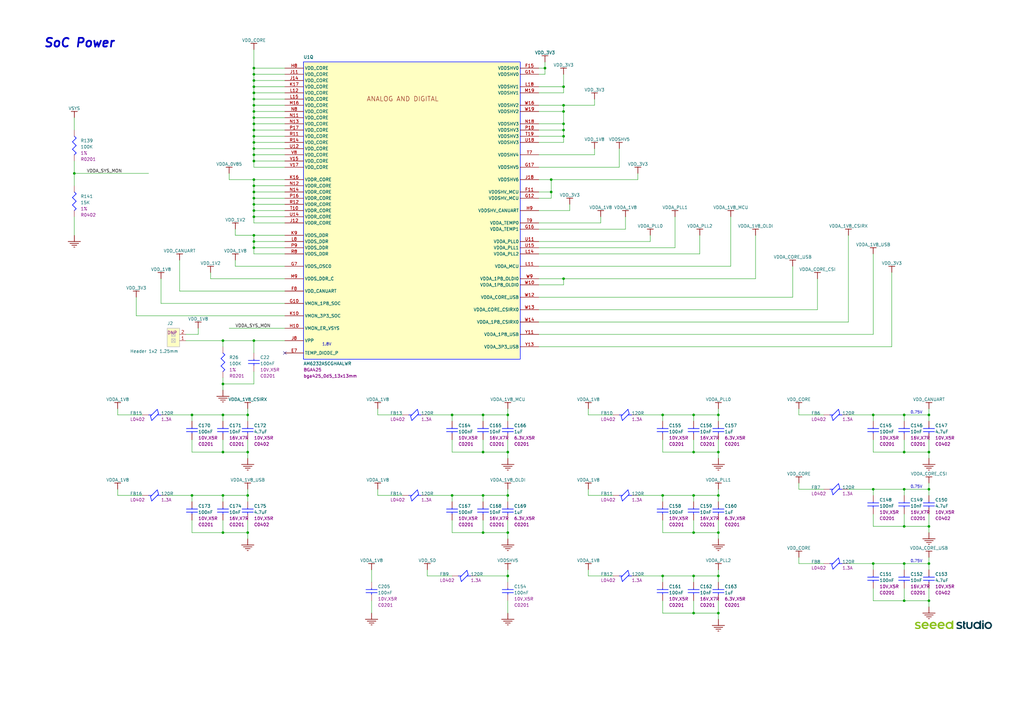
<source format=kicad_sch>
(kicad_sch (version 20250114) (generator "eeschema") (generator_version "9.0")
  (paper "User" 419.989 297.002)
  (text "0.75V" (at 373.38 169.926 0) (effects (font (size 1.143 1.143)) (justify left bottom)))
  (text "1.8V" (at 132.08 141.986 0) (effects (font (size 1.143 1.143)) (justify left bottom)))
  (text "0.75V" (at 373.38 230.886 0) (effects (font (size 1.143 1.143)) (justify left bottom)))
  (text "SoC Power" (at 17.78 19.812 0) (effects (font (size 3.556 3.556) (thickness 0.7112) (bold yes) (italic yes)) (justify left bottom)))
  (text "0.75V" (at 373.38 200.406 0) (effects (font (size 1.143 1.143)) (justify left bottom)))
  (junction (at 104.14 35.56))
  (junction (at 91.44 139.7))
  (junction (at 231.14 114.3))
  (junction (at 104.14 45.72))
  (junction (at 78.74 170.18))
  (junction (at 208.28 170.18))
  (junction (at 294.64 251.46))
  (junction (at 104.14 88.9))
  (junction (at 208.28 185.42))
  (junction (at 101.6 185.42))
  (junction (at 104.14 66.04))
  (junction (at 284.48 236.22))
  (junction (at 104.14 76.2))
  (junction (at 208.28 236.22))
  (junction (at 185.42 170.18))
  (junction (at 271.78 203.2))
  (junction (at 381 215.9))
  (junction (at 284.48 170.18))
  (junction (at 358.14 170.18))
  (junction (at 381 170.18))
  (junction (at 104.14 73.66))
  (junction (at 294.64 185.42))
  (junction (at 370.84 215.9))
  (junction (at 104.14 83.82))
  (junction (at 231.14 53.34))
  (junction (at 358.14 231.14))
  (junction (at 381 231.14))
  (junction (at 294.64 203.2))
  (junction (at 104.14 53.34))
  (junction (at 104.14 27.94))
  (junction (at 271.78 236.22))
  (junction (at 104.14 63.5))
  (junction (at 198.12 218.44))
  (junction (at 226.06 78.74))
  (junction (at 91.44 170.18))
  (junction (at 104.14 30.48))
  (junction (at 370.84 231.14))
  (junction (at 223.52 27.94))
  (junction (at 104.14 81.28))
  (junction (at 104.14 33.02))
  (junction (at 284.48 218.44))
  (junction (at 104.14 86.36))
  (junction (at 104.14 40.64))
  (junction (at 104.14 139.7))
  (junction (at 231.14 55.88))
  (junction (at 198.12 170.18))
  (junction (at 284.48 185.42))
  (junction (at 78.74 203.2))
  (junction (at 104.14 48.26))
  (junction (at 370.84 246.38))
  (junction (at 231.14 43.18))
  (junction (at 185.42 203.2))
  (junction (at 294.64 236.22))
  (junction (at 370.84 170.18))
  (junction (at 198.12 203.2))
  (junction (at 104.14 55.88))
  (junction (at 370.84 200.66))
  (junction (at 91.44 157.48))
  (junction (at 226.06 73.66))
  (junction (at 101.6 218.44))
  (junction (at 91.44 203.2))
  (junction (at 104.14 99.06))
  (junction (at 381 246.38))
  (junction (at 30.48 71.12))
  (junction (at 104.14 58.42))
  (junction (at 271.78 170.18))
  (junction (at 208.28 203.2))
  (junction (at 104.14 60.96))
  (junction (at 101.6 170.18))
  (junction (at 381 200.66))
  (junction (at 104.14 43.18))
  (junction (at 91.44 185.42))
  (junction (at 231.14 50.8))
  (junction (at 198.12 185.42))
  (junction (at 370.84 185.42))
  (junction (at 208.28 218.44))
  (junction (at 104.14 96.52))
  (junction (at 91.44 218.44))
  (junction (at 294.64 218.44))
  (junction (at 104.14 78.74))
  (junction (at 104.14 38.1))
  (junction (at 104.14 101.6))
  (junction (at 231.14 45.72))
  (junction (at 231.14 35.56))
  (junction (at 294.64 170.18))
  (junction (at 358.14 200.66))
  (junction (at 104.14 50.8))
  (junction (at 284.48 203.2))
  (junction (at 381 185.42))
  (junction (at 284.48 251.46))
  (junction (at 101.6 203.2))
  (no_connect (at 116.84 144.78))
  (wire (pts (xy 185.42 218.44) (xy 185.42 213.36)))
  (wire (pts (xy 251.46 170.18) (xy 241.3 170.18)))
  (wire (pts (xy 104.14 33.02) (xy 104.14 30.48)))
  (wire (pts (xy 233.68 86.36) (xy 233.68 83.82)))
  (wire (pts (xy 116.84 48.26) (xy 104.14 48.26)))
  (wire (pts (xy 294.64 187.96) (xy 294.64 185.42)))
  (wire (pts (xy 381 170.18) (xy 370.84 170.18)))
  (wire (pts (xy 104.14 139.7) (xy 116.84 139.7)))
  (wire (pts (xy 116.84 99.06) (xy 104.14 99.06)))
  (wire (pts (xy 116.84 63.5) (xy 104.14 63.5)))
  (wire (pts (xy 271.78 203.2) (xy 284.48 203.2)))
  (wire (pts (xy 358.14 170.18) (xy 370.84 170.18)))
  (wire (pts (xy 198.12 203.2) (xy 208.28 203.2)))
  (wire (pts (xy 104.14 50.8) (xy 104.14 48.26)))
  (wire (pts (xy 116.84 43.18) (xy 104.14 43.18)))
  (wire (pts (xy 152.4 251.46) (xy 152.4 246.38)))
  (wire (pts (xy 370.84 185.42) (xy 370.84 180.34)))
  (wire (pts (xy 91.44 160.02) (xy 91.44 157.48)))
  (wire (pts (xy 241.3 203.2) (xy 241.3 200.66)))
  (wire (pts (xy 116.84 119.38) (xy 73.66 119.38)))
  (wire (pts (xy 116.84 96.52) (xy 104.14 96.52)))
  (wire (pts (xy 66.04 124.46) (xy 66.04 114.3)))
  (wire (pts (xy 104.14 55.88) (xy 104.14 53.34)))
  (wire (pts (xy 358.14 231.14) (xy 370.84 231.14)))
  (wire (pts (xy 284.48 236.22) (xy 294.64 236.22)))
  (wire (pts (xy 381 218.44) (xy 381 215.9)))
  (wire (pts (xy 381 246.38) (xy 370.84 246.38)))
  (wire (pts (xy 231.14 38.1) (xy 231.14 35.56)))
  (wire (pts (xy 116.84 134.62) (xy 93.98 134.62)))
  (wire (pts (xy 294.64 238.76) (xy 294.64 236.22)))
  (wire (pts (xy 358.14 185.42) (xy 358.14 180.34)))
  (wire (pts (xy 104.14 53.34) (xy 104.14 50.8)))
  (wire (pts (xy 276.86 101.6) (xy 276.86 88.9)))
  (wire (pts (xy 358.14 200.66) (xy 370.84 200.66)))
  (wire (pts (xy 208.28 170.18) (xy 208.28 167.64)))
  (wire (pts (xy 76.2 137.16) (xy 81.28 137.16)))
  (wire (pts (xy 78.74 218.44) (xy 78.74 213.36)))
  (wire (pts (xy 261.62 236.22) (xy 271.78 236.22)))
  (wire (pts (xy 116.84 91.44) (xy 104.14 91.44)))
  (wire (pts (xy 381 215.9) (xy 370.84 215.9)))
  (wire (pts (xy 101.6 172.72) (xy 101.6 170.18)))
  (wire (pts (xy 101.6 185.42) (xy 91.44 185.42)))
  (wire (pts (xy 231.14 35.56) (xy 220.98 35.56)))
  (wire (pts (xy 358.14 246.38) (xy 358.14 241.3)))
  (wire (pts (xy 294.64 218.44) (xy 284.48 218.44)))
  (wire (pts (xy 347.98 170.18) (xy 358.14 170.18)))
  (wire (pts (xy 381 172.72) (xy 381 170.18)))
  (wire (pts (xy 116.84 35.56) (xy 104.14 35.56)))
  (wire (pts (xy 104.14 78.74) (xy 104.14 76.2)))
  (wire (pts (xy 116.84 66.04) (xy 104.14 66.04)))
  (wire (pts (xy 256.54 93.98) (xy 256.54 88.9)))
  (wire (pts (xy 294.64 170.18) (xy 294.64 167.64)))
  (wire (pts (xy 294.64 172.72) (xy 294.64 170.18)))
  (wire (pts (xy 381 248.92) (xy 381 246.38)))
  (wire (pts (xy 266.7 99.06) (xy 266.7 96.52)))
  (wire (pts (xy 198.12 185.42) (xy 198.12 180.34)))
  (wire (pts (xy 116.84 129.54) (xy 55.88 129.54)))
  (wire (pts (xy 185.42 205.74) (xy 185.42 203.2)))
  (wire (pts (xy 246.38 91.44) (xy 246.38 88.9)))
  (wire (pts (xy 220.98 101.6) (xy 276.86 101.6)))
  (wire (pts (xy 370.84 170.18) (xy 370.84 172.72)))
  (wire (pts (xy 30.48 53.34) (xy 30.48 48.26)))
  (wire (pts (xy 116.84 38.1) (xy 104.14 38.1)))
  (wire (pts (xy 101.6 187.96) (xy 101.6 185.42)))
  (wire (pts (xy 370.84 233.68) (xy 370.84 231.14)))
  (wire (pts (xy 226.06 78.74) (xy 226.06 81.28)))
  (wire (pts (xy 294.64 254) (xy 294.64 251.46)))
  (wire (pts (xy 208.28 205.74) (xy 208.28 203.2)))
  (wire (pts (xy 220.98 99.06) (xy 266.7 99.06)))
  (wire (pts (xy 104.14 40.64) (xy 104.14 38.1)))
  (wire (pts (xy 241.3 170.18) (xy 241.3 167.64)))
  (wire (pts (xy 370.84 215.9) (xy 370.84 210.82)))
  (wire (pts (xy 220.98 142.24) (xy 365.76 142.24)))
  (wire (pts (xy 220.98 127) (xy 335.28 127)))
  (wire (pts (xy 116.84 30.48) (xy 104.14 30.48)))
  (wire (pts (xy 231.14 35.56) (xy 231.14 30.48)))
  (wire (pts (xy 254 68.58) (xy 254 60.96)))
  (wire (pts (xy 337.82 231.14) (xy 327.66 231.14)))
  (wire (pts (xy 231.14 53.34) (xy 220.98 53.34)))
  (wire (pts (xy 68.58 203.2) (xy 78.74 203.2)))
  (wire (pts (xy 104.14 83.82) (xy 104.14 81.28)))
  (wire (pts (xy 104.14 157.48) (xy 104.14 152.4)))
  (wire (pts (xy 116.84 58.42) (xy 104.14 58.42)))
  (wire (pts (xy 104.14 63.5) (xy 104.14 60.96)))
  (wire (pts (xy 91.44 142.24) (xy 91.44 139.7)))
  (wire (pts (xy 284.48 218.44) (xy 284.48 213.36)))
  (wire (pts (xy 309.88 114.3) (xy 309.88 96.52)))
  (wire (pts (xy 231.14 43.18) (xy 243.84 43.18)))
  (wire (pts (xy 91.44 218.44) (xy 78.74 218.44)))
  (wire (pts (xy 381 233.68) (xy 381 231.14)))
  (wire (pts (xy 208.28 218.44) (xy 198.12 218.44)))
  (wire (pts (xy 370.84 215.9) (xy 358.14 215.9)))
  (wire (pts (xy 91.44 157.48) (xy 91.44 154.94)))
  (wire (pts (xy 271.78 172.72) (xy 271.78 170.18)))
  (wire (pts (xy 81.28 137.16) (xy 81.28 134.62)))
  (wire (pts (xy 358.14 215.9) (xy 358.14 210.82)))
  (wire (pts (xy 116.84 68.58) (xy 104.14 68.58)))
  (wire (pts (xy 104.14 43.18) (xy 104.14 40.64)))
  (wire (pts (xy 337.82 200.66) (xy 327.66 200.66)))
  (wire (pts (xy 220.98 104.14) (xy 287.02 104.14)))
  (wire (pts (xy 284.48 185.42) (xy 284.48 180.34)))
  (wire (pts (xy 175.26 236.22) (xy 175.26 233.68)))
  (wire (pts (xy 294.64 205.74) (xy 294.64 203.2)))
  (wire (pts (xy 294.64 185.42) (xy 284.48 185.42)))
  (wire (pts (xy 337.82 170.18) (xy 327.66 170.18)))
  (wire (pts (xy 154.94 170.18) (xy 154.94 167.64)))
  (wire (pts (xy 271.78 251.46) (xy 271.78 246.38)))
  (wire (pts (xy 30.48 76.2) (xy 30.48 71.12)))
  (wire (pts (xy 104.14 76.2) (xy 104.14 73.66)))
  (wire (pts (xy 104.14 88.9) (xy 104.14 86.36)))
  (wire (pts (xy 91.44 203.2) (xy 101.6 203.2)))
  (wire (pts (xy 284.48 205.74) (xy 284.48 203.2)))
  (wire (pts (xy 185.42 236.22) (xy 175.26 236.22)))
  (wire (pts (xy 116.84 53.34) (xy 104.14 53.34)))
  (wire (pts (xy 284.48 185.42) (xy 271.78 185.42)))
  (wire (pts (xy 104.14 48.26) (xy 104.14 45.72)))
  (wire (pts (xy 91.44 157.48) (xy 104.14 157.48)))
  (wire (pts (xy 198.12 218.44) (xy 198.12 213.36)))
  (wire (pts (xy 294.64 251.46) (xy 284.48 251.46)))
  (wire (pts (xy 381 185.42) (xy 381 180.34)))
  (wire (pts (xy 220.98 73.66) (xy 226.06 73.66)))
  (wire (pts (xy 208.28 172.72) (xy 208.28 170.18)))
  (wire (pts (xy 223.52 27.94) (xy 220.98 27.94)))
  (wire (pts (xy 78.74 185.42) (xy 78.74 180.34)))
  (wire (pts (xy 116.84 101.6) (xy 104.14 101.6)))
  (wire (pts (xy 104.14 96.52) (xy 96.52 96.52)))
  (wire (pts (xy 104.14 91.44) (xy 104.14 88.9)))
  (wire (pts (xy 60.96 71.12) (xy 30.48 71.12)))
  (wire (pts (xy 165.1 203.2) (xy 154.94 203.2)))
  (wire (pts (xy 116.84 114.3) (xy 86.36 114.3)))
  (wire (pts (xy 116.84 86.36) (xy 104.14 86.36)))
  (wire (pts (xy 116.84 81.28) (xy 104.14 81.28)))
  (wire (pts (xy 58.42 203.2) (xy 48.26 203.2)))
  (wire (pts (xy 208.28 251.46) (xy 208.28 246.38)))
  (wire (pts (xy 220.98 78.74) (xy 226.06 78.74)))
  (wire (pts (xy 116.84 124.46) (xy 66.04 124.46)))
  (wire (pts (xy 116.84 55.88) (xy 104.14 55.88)))
  (wire (pts (xy 220.98 86.36) (xy 233.68 86.36)))
  (wire (pts (xy 175.26 203.2) (xy 185.42 203.2)))
  (wire (pts (xy 358.14 172.72) (xy 358.14 170.18)))
  (wire (pts (xy 198.12 185.42) (xy 185.42 185.42)))
  (wire (pts (xy 347.98 132.08) (xy 347.98 96.52)))
  (wire (pts (xy 284.48 170.18) (xy 294.64 170.18)))
  (wire (pts (xy 271.78 205.74) (xy 271.78 203.2)))
  (wire (pts (xy 48.26 170.18) (xy 48.26 167.64)))
  (wire (pts (xy 347.98 231.14) (xy 358.14 231.14)))
  (wire (pts (xy 231.14 55.88) (xy 231.14 53.34)))
  (wire (pts (xy 220.98 109.22) (xy 299.72 109.22)))
  (wire (pts (xy 243.84 63.5) (xy 243.84 60.96)))
  (wire (pts (xy 116.84 50.8) (xy 104.14 50.8)))
  (wire (pts (xy 104.14 35.56) (xy 104.14 33.02)))
  (wire (pts (xy 271.78 185.42) (xy 271.78 180.34)))
  (wire (pts (xy 68.58 170.18) (xy 78.74 170.18)))
  (wire (pts (xy 381 231.14) (xy 381 228.6)))
  (wire (pts (xy 185.42 170.18) (xy 198.12 170.18)))
  (wire (pts (xy 208.28 218.44) (xy 208.28 213.36)))
  (wire (pts (xy 101.6 185.42) (xy 101.6 180.34)))
  (wire (pts (xy 381 185.42) (xy 370.84 185.42)))
  (wire (pts (xy 220.98 68.58) (xy 254 68.58)))
  (wire (pts (xy 226.06 73.66) (xy 261.62 73.66)))
  (wire (pts (xy 78.74 203.2) (xy 91.44 203.2)))
  (wire (pts (xy 294.64 251.46) (xy 294.64 246.38)))
  (wire (pts (xy 116.84 83.82) (xy 104.14 83.82)))
  (wire (pts (xy 381 203.2) (xy 381 200.66)))
  (wire (pts (xy 358.14 203.2) (xy 358.14 200.66)))
  (wire (pts (xy 165.1 170.18) (xy 154.94 170.18)))
  (wire (pts (xy 208.28 236.22) (xy 208.28 233.68)))
  (wire (pts (xy 208.28 185.42) (xy 208.28 180.34)))
  (wire (pts (xy 93.98 73.66) (xy 104.14 73.66)))
  (wire (pts (xy 101.6 205.74) (xy 101.6 203.2)))
  (wire (pts (xy 261.62 203.2) (xy 271.78 203.2)))
  (wire (pts (xy 104.14 27.94) (xy 104.14 20.32)))
  (wire (pts (xy 104.14 45.72) (xy 104.14 43.18)))
  (wire (pts (xy 104.14 81.28) (xy 104.14 78.74)))
  (wire (pts (xy 116.84 109.22) (xy 96.52 109.22)))
  (wire (pts (xy 220.98 114.3) (xy 231.14 114.3)))
  (wire (pts (xy 198.12 205.74) (xy 198.12 203.2)))
  (wire (pts (xy 370.84 203.2) (xy 370.84 200.66)))
  (wire (pts (xy 220.98 58.42) (xy 231.14 58.42)))
  (wire (pts (xy 220.98 137.16) (xy 358.14 137.16)))
  (wire (pts (xy 91.44 170.18) (xy 101.6 170.18)))
  (wire (pts (xy 287.02 104.14) (xy 287.02 96.52)))
  (wire (pts (xy 58.42 170.18) (xy 48.26 170.18)))
  (wire (pts (xy 284.48 251.46) (xy 284.48 246.38)))
  (wire (pts (xy 116.84 27.94) (xy 104.14 27.94)))
  (wire (pts (xy 104.14 68.58) (xy 104.14 66.04)))
  (wire (pts (xy 208.28 238.76) (xy 208.28 236.22)))
  (wire (pts (xy 93.98 71.12) (xy 93.98 73.66)))
  (wire (pts (xy 101.6 220.98) (xy 101.6 218.44)))
  (wire (pts (xy 198.12 172.72) (xy 198.12 170.18)))
  (wire (pts (xy 370.84 231.14) (xy 381 231.14)))
  (wire (pts (xy 101.6 218.44) (xy 101.6 213.36)))
  (wire (pts (xy 116.84 76.2) (xy 104.14 76.2)))
  (wire (pts (xy 284.48 251.46) (xy 271.78 251.46)))
  (wire (pts (xy 185.42 203.2) (xy 198.12 203.2)))
  (wire (pts (xy 104.14 66.04) (xy 104.14 63.5)))
  (wire (pts (xy 101.6 203.2) (xy 101.6 200.66)))
  (wire (pts (xy 365.76 142.24) (xy 365.76 111.76)))
  (wire (pts (xy 78.74 205.74) (xy 78.74 203.2)))
  (wire (pts (xy 358.14 137.16) (xy 358.14 104.14)))
  (wire (pts (xy 116.84 88.9) (xy 104.14 88.9)))
  (wire (pts (xy 294.64 203.2) (xy 294.64 200.66)))
  (wire (pts (xy 243.84 43.18) (xy 243.84 40.64)))
  (wire (pts (xy 116.84 78.74) (xy 104.14 78.74)))
  (wire (pts (xy 231.14 45.72) (xy 231.14 43.18)))
  (wire (pts (xy 284.48 172.72) (xy 284.48 170.18)))
  (wire (pts (xy 226.06 81.28) (xy 220.98 81.28)))
  (wire (pts (xy 154.94 203.2) (xy 154.94 200.66)))
  (wire (pts (xy 208.28 236.22) (xy 195.58 236.22)))
  (wire (pts (xy 208.28 185.42) (xy 198.12 185.42)))
  (wire (pts (xy 231.14 53.34) (xy 231.14 50.8)))
  (wire (pts (xy 104.14 60.96) (xy 104.14 58.42)))
  (wire (pts (xy 251.46 203.2) (xy 241.3 203.2)))
  (wire (pts (xy 220.98 30.48) (xy 223.52 30.48)))
  (wire (pts (xy 381 246.38) (xy 381 241.3)))
  (wire (pts (xy 327.66 231.14) (xy 327.66 228.6)))
  (wire (pts (xy 381 170.18) (xy 381 167.64)))
  (wire (pts (xy 381 187.96) (xy 381 185.42)))
  (wire (pts (xy 104.14 101.6) (xy 104.14 99.06)))
  (wire (pts (xy 241.3 236.22) (xy 241.3 233.68)))
  (wire (pts (xy 208.28 203.2) (xy 208.28 200.66)))
  (wire (pts (xy 152.4 238.76) (xy 152.4 233.68)))
  (wire (pts (xy 220.98 63.5) (xy 243.84 63.5)))
  (wire (pts (xy 104.14 38.1) (xy 104.14 35.56)))
  (wire (pts (xy 78.74 170.18) (xy 91.44 170.18)))
  (wire (pts (xy 284.48 218.44) (xy 271.78 218.44)))
  (wire (pts (xy 101.6 170.18) (xy 101.6 167.64)))
  (wire (pts (xy 91.44 205.74) (xy 91.44 203.2)))
  (wire (pts (xy 271.78 218.44) (xy 271.78 213.36)))
  (wire (pts (xy 284.48 203.2) (xy 294.64 203.2)))
  (wire (pts (xy 198.12 170.18) (xy 208.28 170.18)))
  (wire (pts (xy 370.84 200.66) (xy 381 200.66)))
  (wire (pts (xy 104.14 144.78) (xy 104.14 139.7)))
  (wire (pts (xy 91.44 185.42) (xy 78.74 185.42)))
  (wire (pts (xy 220.98 43.18) (xy 231.14 43.18)))
  (wire (pts (xy 223.52 27.94) (xy 223.52 25.4)))
  (wire (pts (xy 104.14 104.14) (xy 104.14 101.6)))
  (wire (pts (xy 231.14 58.42) (xy 231.14 55.88)))
  (wire (pts (xy 185.42 185.42) (xy 185.42 180.34)))
  (wire (pts (xy 104.14 86.36) (xy 104.14 83.82)))
  (wire (pts (xy 116.84 104.14) (xy 104.14 104.14)))
  (wire (pts (xy 294.64 218.44) (xy 294.64 213.36)))
  (wire (pts (xy 96.52 109.22) (xy 96.52 106.68)))
  (wire (pts (xy 104.14 58.42) (xy 104.14 55.88)))
  (wire (pts (xy 327.66 170.18) (xy 327.66 167.64)))
  (wire (pts (xy 231.14 55.88) (xy 220.98 55.88)))
  (wire (pts (xy 91.44 139.7) (xy 104.14 139.7)))
  (wire (pts (xy 231.14 114.3) (xy 231.14 116.84)))
  (wire (pts (xy 86.36 114.3) (xy 86.36 111.76)))
  (wire (pts (xy 358.14 233.68) (xy 358.14 231.14)))
  (wire (pts (xy 299.72 109.22) (xy 299.72 88.9)))
  (wire (pts (xy 231.14 50.8) (xy 231.14 45.72)))
  (wire (pts (xy 101.6 218.44) (xy 91.44 218.44)))
  (wire (pts (xy 91.44 172.72) (xy 91.44 170.18)))
  (wire (pts (xy 381 215.9) (xy 381 210.82)))
  (wire (pts (xy 208.28 187.96) (xy 208.28 185.42)))
  (wire (pts (xy 220.98 91.44) (xy 246.38 91.44)))
  (wire (pts (xy 370.84 246.38) (xy 358.14 246.38)))
  (wire (pts (xy 370.84 185.42) (xy 358.14 185.42)))
  (wire (pts (xy 220.98 93.98) (xy 256.54 93.98)))
  (wire (pts (xy 335.28 127) (xy 335.28 114.3)))
  (wire (pts (xy 231.14 114.3) (xy 309.88 114.3)))
  (wire (pts (xy 55.88 129.54) (xy 55.88 121.92)))
  (wire (pts (xy 104.14 99.06) (xy 104.14 96.52)))
  (wire (pts (xy 226.06 73.66) (xy 226.06 78.74)))
  (wire (pts (xy 116.84 33.02) (xy 104.14 33.02)))
  (wire (pts (xy 116.84 60.96) (xy 104.14 60.96)))
  (wire (pts (xy 327.66 200.66) (xy 327.66 198.12)))
  (wire (pts (xy 381 200.66) (xy 381 198.12)))
  (wire (pts (xy 271.78 170.18) (xy 284.48 170.18)))
  (wire (pts (xy 231.14 50.8) (xy 220.98 50.8)))
  (wire (pts (xy 73.66 119.38) (xy 73.66 106.68)))
  (wire (pts (xy 284.48 238.76) (xy 284.48 236.22)))
  (wire (pts (xy 261.62 170.18) (xy 271.78 170.18)))
  (wire (pts (xy 220.98 38.1) (xy 231.14 38.1)))
  (wire (pts (xy 78.74 172.72) (xy 78.74 170.18)))
  (wire (pts (xy 104.14 30.48) (xy 104.14 27.94)))
  (wire (pts (xy 220.98 121.92) (xy 325.12 121.92)))
  (wire (pts (xy 347.98 200.66) (xy 358.14 200.66)))
  (wire (pts (xy 261.62 73.66) (xy 261.62 71.12)))
  (wire (pts (xy 30.48 96.52) (xy 30.48 88.9)))
  (wire (pts (xy 116.84 40.64) (xy 104.14 40.64)))
  (wire (pts (xy 208.28 220.98) (xy 208.28 218.44)))
  (wire (pts (xy 294.64 185.42) (xy 294.64 180.34)))
  (wire (pts (xy 271.78 236.22) (xy 284.48 236.22)))
  (wire (pts (xy 231.14 45.72) (xy 220.98 45.72)))
  (wire (pts (xy 294.64 236.22) (xy 294.64 233.68)))
  (wire (pts (xy 294.64 220.98) (xy 294.64 218.44)))
  (wire (pts (xy 231.14 116.84) (xy 220.98 116.84)))
  (wire (pts (xy 198.12 218.44) (xy 185.42 218.44)))
  (wire (pts (xy 76.2 139.7) (xy 91.44 139.7)))
  (wire (pts (xy 48.26 203.2) (xy 48.26 200.66)))
  (wire (pts (xy 223.52 30.48) (xy 223.52 27.94)))
  (wire (pts (xy 30.48 71.12) (xy 30.48 66.04)))
  (wire (pts (xy 370.84 246.38) (xy 370.84 241.3)))
  (wire (pts (xy 185.42 172.72) (xy 185.42 170.18)))
  (wire (pts (xy 104.14 73.66) (xy 116.84 73.66)))
  (wire (pts (xy 271.78 238.76) (xy 271.78 236.22)))
  (wire (pts (xy 91.44 185.42) (xy 91.44 180.34)))
  (wire (pts (xy 220.98 132.08) (xy 347.98 132.08)))
  (wire (pts (xy 91.44 218.44) (xy 91.44 213.36)))
  (wire (pts (xy 251.46 236.22) (xy 241.3 236.22)))
  (wire (pts (xy 116.84 45.72) (xy 104.14 45.72)))
  (wire (pts (xy 175.26 170.18) (xy 185.42 170.18)))
  (wire (pts (xy 325.12 121.92) (xy 325.12 109.22)))
  (wire (pts (xy 96.52 96.52) (xy 96.52 93.98)))
  (image (at 390.9945 256.413) (scale 0.481127))
  (label "VDDA_SYS_MON" (at 96.52 134.62 0))
  (label "VDDA_SYS_MON" (at 35.56 71.12 0))
  (symbol (lib_id "pocketbeagle2-kicad-altium-import:VDDA_1V8_CSIRX_BAR") (at 101.6 167.64 180) (unit 1)
    (property "Reference" "#PWR?" (effects (hide yes)))
    (property "Value" "VDDA_1V8_CSIRX" (at 101.6 163.83 0))
  )
  (symbol (lib_id "pocketbeagle2-kicad-altium-import:root_0_FB") (at 167.64 167.64 0) (unit 1)
    (property "Reference" "FB13" (at 160.02 170.18 0) (effects (justify left bottom)))
    (property "Value" "120R" (at 172.72 170.18 0) (effects (justify left bottom)))
    (property "Footprint" "L0402" (effects (hide yes)))
    (property "Description" "SMD Ferrite Bead 120R-1.3A;0402" (effects (hide yes)))
    (property "PCB FOOTPRINT" "L0402" (at 160.02 172.72 0) (effects (justify left bottom)))
    (property "RATING" "1.3A" (at 172.72 172.72 0) (effects (justify left bottom)))
    (property "TEMPERATURE" "-55¡ãC to 125¡ãC" (effects (hide yes)))
    (property "PN" "303030040" (effects (hide yes)))
    (property "PACKAGE SIZE" "0402" (effects (hide yes)))
    (property "COMPANY PART STATUS" "BeagleBone Carrier Board" (effects (hide yes)))
    (property "CLASS" "DISCRETE" (effects (hide yes)))
    (property "MANUFACTURER" "Murata" (effects (hide yes)))
    (property "STATUS" "BeagleBone Carrier Board" (effects (hide yes)))
  )
  (symbol (lib_id "pocketbeagle2-kicad-altium-import:root_0_CC_0") (at 101.6 147.32 0) (unit 1)
    (property "Reference" "C22" (at 106.68 147.32 0) (effects (justify left bottom)))
    (property "Value" "100nF" (at 106.68 149.86 0) (effects (justify left bottom)))
    (property "Footprint" "C0201" (effects (hide yes)))
    (property "Description" "SMD CAP Ceramic 100nF-10V-10%-X5R;0201" (effects (hide yes)))
    (property "RATING" "10V,X5R" (at 106.68 152.4 0) (effects (justify left bottom)))
    (property "PCB FOOTPRINT" "C0201" (at 106.68 154.94 0) (effects (justify left bottom)))
    (property "MANUFACTURER PART NUMBER" "CC0201KRX5R6BB104" (effects (hide yes)))
    (property "TEMPERATURE" "-55¡ãC to 85¡ãC" (effects (hide yes)))
    (property "MANUFACTURER" "YAGEO" (effects (hide yes)))
    (property "CLASS" "DISCRETE" (effects (hide yes)))
    (property "TOLERANCE" "10%" (effects (hide yes)))
    (property "TEMPERATURE COEFFICIENT" "X5R" (effects (hide yes)))
    (property "DIELECTRIC TYPE" "Ceramic" (effects (hide yes)))
    (property "COMPANY PART STATUS" "ODYSSEY-i.MX8M" (effects (hide yes)))
    (property "PACKAGE SIZE" "0201" (effects (hide yes)))
    (property "PN" "302010271" (effects (hide yes)))
    (property "STATUS" "ODYSSEY-i.MX8M" (effects (hide yes)))
  )
  (symbol (lib_id "pocketbeagle2-kicad-altium-import:VDDA_PLL0_BAR") (at 294.64 167.64 180) (unit 1)
    (property "Reference" "#PWR?" (effects (hide yes)))
    (property "Value" "VDDA_PLL0" (at 294.64 163.83 0))
  )
  (symbol (lib_id "pocketbeagle2-kicad-altium-import:root_0_CC_0") (at 149.86 241.3 0) (unit 1)
    (property "Reference" "C205" (at 154.94 241.3 0) (effects (justify left bottom)))
    (property "Value" "100nF" (at 154.94 243.84 0) (effects (justify left bottom)))
    (property "Footprint" "C0201" (effects (hide yes)))
    (property "Description" "SMD CAP Ceramic 100nF-10V-10%-X5R;0201" (effects (hide yes)))
    (property "RATING" "10V,X5R" (at 154.94 246.38 0) (effects (justify left bottom)))
    (property "PCB FOOTPRINT" "C0201" (at 154.94 248.92 0) (effects (justify left bottom)))
    (property "MANUFACTURER PART NUMBER" "CC0201KRX5R6BB104" (effects (hide yes)))
    (property "TEMPERATURE" "-55¡ãC to 85¡ãC" (effects (hide yes)))
    (property "MANUFACTURER" "YAGEO" (effects (hide yes)))
    (property "CLASS" "DISCRETE" (effects (hide yes)))
    (property "TOLERANCE" "10%" (effects (hide yes)))
    (property "TEMPERATURE COEFFICIENT" "X5R" (effects (hide yes)))
    (property "DIELECTRIC TYPE" "Ceramic" (effects (hide yes)))
    (property "COMPANY PART STATUS" "ODYSSEY-i.MX8M" (effects (hide yes)))
    (property "PACKAGE SIZE" "0201" (effects (hide yes)))
    (property "PN" "302010271" (effects (hide yes)))
    (property "STATUS" "ODYSSEY-i.MX8M" (effects (hide yes)))
  )
  (symbol (lib_id "pocketbeagle2-kicad-altium-import:VDD_CANUART_BAR") (at 381 167.64 180) (unit 1)
    (property "Reference" "#PWR?" (effects (hide yes)))
    (property "Value" "VDD_CANUART" (at 381 163.83 0))
  )
  (symbol (lib_id "pocketbeagle2-kicad-altium-import:root_0_FB") (at 340.36 167.64 0) (unit 1)
    (property "Reference" "FB6" (at 332.74 170.18 0) (effects (justify left bottom)))
    (property "Value" "120R" (at 345.44 170.18 0) (effects (justify left bottom)))
    (property "Footprint" "L0402" (effects (hide yes)))
    (property "Description" "SMD Ferrite Bead 120R-1.3A;0402" (effects (hide yes)))
    (property "PCB FOOTPRINT" "L0402" (at 332.74 172.72 0) (effects (justify left bottom)))
    (property "RATING" "1.3A" (at 345.44 172.72 0) (effects (justify left bottom)))
    (property "TEMPERATURE" "-55¡ãC to 125¡ãC" (effects (hide yes)))
    (property "PN" "303030040" (effects (hide yes)))
    (property "PACKAGE SIZE" "0402" (effects (hide yes)))
    (property "COMPANY PART STATUS" "BeagleBone Carrier Board" (effects (hide yes)))
    (property "CLASS" "DISCRETE" (effects (hide yes)))
    (property "MANUFACTURER" "Murata" (effects (hide yes)))
    (property "STATUS" "BeagleBone Carrier Board" (effects (hide yes)))
  )
  (symbol (lib_id "pocketbeagle2-kicad-altium-import:VDD_3V3_BAR") (at 55.88 121.92 180) (unit 1)
    (property "Reference" "#PWR?" (effects (hide yes)))
    (property "Value" "VDD_3V3" (at 55.88 118.11 0))
  )
  (symbol (lib_id "pocketbeagle2-kicad-altium-import:GND_POWER_GROUND") (at 101.6 187.96 0) (unit 1)
    (property "Reference" "#PWR?" (effects (hide yes)))
    (property "Value" "GND" (effects (hide yes)))
  )
  (symbol (lib_id "pocketbeagle2-kicad-altium-import:root_0_CC_0") (at 368.3 175.26 0) (unit 1)
    (property "Reference" "C146" (at 373.38 175.26 0) (effects (justify left bottom)))
    (property "Value" "10nF" (at 373.38 177.8 0) (effects (justify left bottom)))
    (property "Footprint" "C0201" (effects (hide yes)))
    (property "Description" "SMD CAP Ceramic 10nF-16V-10%-X7R;0201" (effects (hide yes)))
    (property "RATING" "16V,X7R" (at 373.38 180.34 0) (effects (justify left bottom)))
    (property "PCB FOOTPRINT" "C0201" (at 373.38 182.88 0) (effects (justify left bottom)))
    (property "MANUFACTURER PART NUMBER" "CC0201KRX7R7BB103" (effects (hide yes)))
    (property "TEMPERATURE" "-55¡ãC to 125¡ãC" (effects (hide yes)))
    (property "MANUFACTURER" "YAGEO" (effects (hide yes)))
    (property "CLASS" "DISCRETE" (effects (hide yes)))
    (property "TOLERANCE" "10%" (effects (hide yes)))
    (property "TEMPERATURE COEFFICIENT" "X5R" (effects (hide yes)))
    (property "DIELECTRIC TYPE" "Ceramic" (effects (hide yes)))
    (property "COMPANY PART STATUS" "ODYSSEY-i.MX8M" (effects (hide yes)))
    (property "PN" "302010431" (effects (hide yes)))
    (property "STATUS" "BeagleBone AI TDA4VM" (effects (hide yes)))
  )
  (symbol (lib_id "pocketbeagle2-kicad-altium-import:VDD_CORE_BAR") (at 104.14 20.32 180) (unit 1)
    (property "Reference" "#PWR?" (effects (hide yes)))
    (property "Value" "VDD_CORE" (at 104.14 16.51 0))
  )
  (symbol (lib_id "pocketbeagle2-kicad-altium-import:GND_POWER_GROUND") (at 381 248.92 0) (unit 1)
    (property "Reference" "#PWR?" (effects (hide yes)))
    (property "Value" "GND" (effects (hide yes)))
  )
  (symbol (lib_id "pocketbeagle2-kicad-altium-import:root_0_CC_0") (at 195.58 175.26 0) (unit 1)
    (property "Reference" "C165" (at 200.66 175.26 0) (effects (justify left bottom)))
    (property "Value" "10nF" (at 200.66 177.8 0) (effects (justify left bottom)))
    (property "Footprint" "C0201" (effects (hide yes)))
    (property "Description" "SMD CAP Ceramic 10nF-16V-10%-X7R;0201" (effects (hide yes)))
    (property "RATING" "16V,X7R" (at 200.66 180.34 0) (effects (justify left bottom)))
    (property "PCB FOOTPRINT" "C0201" (at 200.66 182.88 0) (effects (justify left bottom)))
    (property "MANUFACTURER PART NUMBER" "CC0201KRX7R7BB103" (effects (hide yes)))
    (property "TEMPERATURE" "-55¡ãC to 125¡ãC" (effects (hide yes)))
    (property "PN" "302010431" (effects (hide yes)))
    (property "COMPANY PART STATUS" "ODYSSEY-i.MX8M" (effects (hide yes)))
    (property "DIELECTRIC TYPE" "Ceramic" (effects (hide yes)))
    (property "TEMPERATURE COEFFICIENT" "X5R" (effects (hide yes)))
    (property "TOLERANCE" "10%" (effects (hide yes)))
    (property "CLASS" "DISCRETE" (effects (hide yes)))
    (property "MANUFACTURER" "YAGEO" (effects (hide yes)))
    (property "STATUS" "BeagleBone AI TDA4VM" (effects (hide yes)))
  )
  (symbol (lib_id "pocketbeagle2-kicad-altium-import:root_0_FB") (at 254 167.64 0) (unit 1)
    (property "Reference" "FB10" (at 246.38 170.18 0) (effects (justify left bottom)))
    (property "Value" "120R" (at 259.08 170.18 0) (effects (justify left bottom)))
    (property "Footprint" "L0402" (effects (hide yes)))
    (property "Description" "SMD Ferrite Bead 120R-1.3A;0402" (effects (hide yes)))
    (property "PCB FOOTPRINT" "L0402" (at 246.38 172.72 0) (effects (justify left bottom)))
    (property "RATING" "1.3A" (at 259.08 172.72 0) (effects (justify left bottom)))
    (property "TEMPERATURE" "-55¡ãC to 125¡ãC" (effects (hide yes)))
    (property "PN" "303030040" (effects (hide yes)))
    (property "PACKAGE SIZE" "0402" (effects (hide yes)))
    (property "COMPANY PART STATUS" "BeagleBone Carrier Board" (effects (hide yes)))
    (property "CLASS" "DISCRETE" (effects (hide yes)))
    (property "MANUFACTURER" "Murata" (effects (hide yes)))
    (property "STATUS" "BeagleBone Carrier Board" (effects (hide yes)))
  )
  (symbol (lib_id "pocketbeagle2-kicad-altium-import:GND_POWER_GROUND") (at 294.64 254 0) (unit 1)
    (property "Reference" "#PWR?" (effects (hide yes)))
    (property "Value" "GND" (effects (hide yes)))
  )
  (symbol (lib_id "pocketbeagle2-kicad-altium-import:VDD_SD_BAR") (at 175.26 233.68 180) (unit 1)
    (property "Reference" "#PWR?" (effects (hide yes)))
    (property "Value" "VDD_SD" (at 175.26 229.87 0))
  )
  (symbol (lib_id "pocketbeagle2-kicad-altium-import:VDD_3V3_BAR") (at 223.52 25.4 180) (unit 1)
    (property "Reference" "#PWR?" (effects (hide yes)))
    (property "Value" "VDD_3V3" (at 223.52 21.59 0))
  )
  (symbol (lib_id "pocketbeagle2-kicad-altium-import:root_0_CC_0") (at 182.88 175.26 0) (unit 1)
    (property "Reference" "C164" (at 187.96 175.26 0) (effects (justify left bottom)))
    (property "Value" "100nF" (at 187.96 177.8 0) (effects (justify left bottom)))
    (property "Footprint" "C0201" (effects (hide yes)))
    (property "Description" "SMD CAP Ceramic 100nF-10V-10%-X5R;0201" (effects (hide yes)))
    (property "RATING" "10V,X5R" (at 187.96 180.34 0) (effects (justify left bottom)))
    (property "PCB FOOTPRINT" "C0201" (at 187.96 182.88 0) (effects (justify left bottom)))
    (property "MANUFACTURER PART NUMBER" "CC0201KRX5R6BB104" (effects (hide yes)))
    (property "TEMPERATURE" "-55¡ãC to 85¡ãC" (effects (hide yes)))
    (property "PN" "302010271" (effects (hide yes)))
    (property "PACKAGE SIZE" "0201" (effects (hide yes)))
    (property "COMPANY PART STATUS" "ODYSSEY-i.MX8M" (effects (hide yes)))
    (property "DIELECTRIC TYPE" "Ceramic" (effects (hide yes)))
    (property "TEMPERATURE COEFFICIENT" "X5R" (effects (hide yes)))
    (property "TOLERANCE" "10%" (effects (hide yes)))
    (property "CLASS" "DISCRETE" (effects (hide yes)))
    (property "MANUFACTURER" "YAGEO" (effects (hide yes)))
    (property "STATUS" "ODYSSEY-i.MX8M" (effects (hide yes)))
  )
  (symbol (lib_id "pocketbeagle2-kicad-altium-import:GND_POWER_GROUND") (at 30.48 96.52 0) (unit 1)
    (property "Reference" "#PWR?" (effects (hide yes)))
    (property "Value" "GND" (effects (hide yes)))
  )
  (symbol (lib_id "pocketbeagle2-kicad-altium-import:root_0_CC_0") (at 269.24 241.3 0) (unit 1)
    (property "Reference" "C161" (at 274.32 241.3 0) (effects (justify left bottom)))
    (property "Value" "100nF" (at 274.32 243.84 0) (effects (justify left bottom)))
    (property "Footprint" "C0201" (effects (hide yes)))
    (property "Description" "SMD CAP Ceramic 100nF-10V-10%-X5R;0201" (effects (hide yes)))
    (property "RATING" "10V,X5R" (at 274.32 246.38 0) (effects (justify left bottom)))
    (property "PCB FOOTPRINT" "C0201" (at 274.32 248.92 0) (effects (justify left bottom)))
    (property "MANUFACTURER PART NUMBER" "CC0201KRX5R6BB104" (effects (hide yes)))
    (property "TEMPERATURE" "-55¡ãC to 85¡ãC" (effects (hide yes)))
    (property "PN" "302010271" (effects (hide yes)))
    (property "PACKAGE SIZE" "0201" (effects (hide yes)))
    (property "COMPANY PART STATUS" "ODYSSEY-i.MX8M" (effects (hide yes)))
    (property "DIELECTRIC TYPE" "Ceramic" (effects (hide yes)))
    (property "TEMPERATURE COEFFICIENT" "X5R" (effects (hide yes)))
    (property "TOLERANCE" "10%" (effects (hide yes)))
    (property "CLASS" "DISCRETE" (effects (hide yes)))
    (property "MANUFACTURER" "YAGEO" (effects (hide yes)))
    (property "STATUS" "ODYSSEY-i.MX8M" (effects (hide yes)))
  )
  (symbol (lib_id "pocketbeagle2-kicad-altium-import:VDDA_PLL2_BAR") (at 287.02 96.52 180) (unit 1)
    (property "Reference" "#PWR?" (effects (hide yes)))
    (property "Value" "VDDA_PLL2" (at 287.02 92.71 0))
  )
  (symbol (lib_id "pocketbeagle2-kicad-altium-import:VDD_1V8_BAR") (at 243.84 60.96 180) (unit 1)
    (property "Reference" "#PWR?" (effects (hide yes)))
    (property "Value" "VDD_1V8" (at 243.84 57.15 0))
  )
  (symbol (lib_id "pocketbeagle2-kicad-altium-import:root_0_CC_0") (at 269.24 208.28 0) (unit 1)
    (property "Reference" "C158" (at 274.32 208.28 0) (effects (justify left bottom)))
    (property "Value" "100nF" (at 274.32 210.82 0) (effects (justify left bottom)))
    (property "Footprint" "C0201" (effects (hide yes)))
    (property "Description" "SMD CAP Ceramic 100nF-10V-10%-X5R;0201" (effects (hide yes)))
    (property "RATING" "10V,X5R" (at 274.32 213.36 0) (effects (justify left bottom)))
    (property "PCB FOOTPRINT" "C0201" (at 274.32 215.9 0) (effects (justify left bottom)))
    (property "MANUFACTURER PART NUMBER" "CC0201KRX5R6BB104" (effects (hide yes)))
    (property "TEMPERATURE" "-55¡ãC to 85¡ãC" (effects (hide yes)))
    (property "PN" "302010271" (effects (hide yes)))
    (property "PACKAGE SIZE" "0201" (effects (hide yes)))
    (property "COMPANY PART STATUS" "ODYSSEY-i.MX8M" (effects (hide yes)))
    (property "DIELECTRIC TYPE" "Ceramic" (effects (hide yes)))
    (property "TEMPERATURE COEFFICIENT" "X5R" (effects (hide yes)))
    (property "TOLERANCE" "10%" (effects (hide yes)))
    (property "CLASS" "DISCRETE" (effects (hide yes)))
    (property "MANUFACTURER" "YAGEO" (effects (hide yes)))
    (property "STATUS" "ODYSSEY-i.MX8M" (effects (hide yes)))
  )
  (symbol (lib_id "pocketbeagle2-kicad-altium-import:root_0_R_0") (at 27.94 78.74 0) (unit 1)
    (property "Reference" "R141" (at 33.02 81.28 0) (effects (justify left bottom)))
    (property "Value" "15K" (at 33.02 83.82 0) (effects (justify left bottom)))
    (property "Footprint" "R0402" (effects (hide yes)))
    (property "Description" "SMD RES 15K-1/16W-1%;0402" (effects (hide yes)))
    (property "RATING" "1%" (at 33.02 86.36 0) (effects (justify left bottom)))
    (property "PCB FOOTPRINT" "R0402" (at 33.02 88.9 0) (effects (justify left bottom)))
    (property "MANUFACTURER PART NUMBER" "RC0402FR-0715KL" (effects (hide yes)))
    (property "TEMPERATURE" "-55¡ãC to 155¡ãC" (effects (hide yes)))
    (property "PN" "301010738" (effects (hide yes)))
    (property "PACKAGE SIZE" "0402" (effects (hide yes)))
    (property "COMPANY PART STATUS" "IOT Enabling Dongle Board" (effects (hide yes)))
    (property "RATED POWER" "1/16W" (effects (hide yes)))
    (property "CLASS" "DISCRETE" (effects (hide yes)))
    (property "MANUFACTURER" "YAGEO" (effects (hide yes)))
    (property "STATUS" "IOT Enabling Dongle Board" (effects (hide yes)))
  )
  (symbol (lib_id "pocketbeagle2-kicad-altium-import:root_0_CC_0") (at 76.2 208.28 0) (unit 1)
    (property "Reference" "C173" (at 81.28 208.28 0) (effects (justify left bottom)))
    (property "Value" "100nF" (at 81.28 210.82 0) (effects (justify left bottom)))
    (property "Footprint" "C0201" (effects (hide yes)))
    (property "Description" "SMD CAP Ceramic 100nF-10V-10%-X5R;0201" (effects (hide yes)))
    (property "RATING" "10V,X5R" (at 81.28 213.36 0) (effects (justify left bottom)))
    (property "PCB FOOTPRINT" "C0201" (at 81.28 215.9 0) (effects (justify left bottom)))
    (property "MANUFACTURER PART NUMBER" "CC0201KRX5R6BB104" (effects (hide yes)))
    (property "TEMPERATURE" "-55¡ãC to 85¡ãC" (effects (hide yes)))
    (property "MANUFACTURER" "YAGEO" (effects (hide yes)))
    (property "CLASS" "DISCRETE" (effects (hide yes)))
    (property "TOLERANCE" "10%" (effects (hide yes)))
    (property "TEMPERATURE COEFFICIENT" "X5R" (effects (hide yes)))
    (property "DIELECTRIC TYPE" "Ceramic" (effects (hide yes)))
    (property "COMPANY PART STATUS" "ODYSSEY-i.MX8M" (effects (hide yes)))
    (property "PACKAGE SIZE" "0201" (effects (hide yes)))
    (property "PN" "302010271" (effects (hide yes)))
    (property "STATUS" "ODYSSEY-i.MX8M" (effects (hide yes)))
  )
  (symbol (lib_id "pocketbeagle2-kicad-altium-import:VDDA_1V8_BAR") (at 246.38 88.9 180) (unit 1)
    (property "Reference" "#PWR?" (effects (hide yes)))
    (property "Value" "VDDA_1V8" (at 246.38 85.09 0))
  )
  (symbol (lib_id "pocketbeagle2-kicad-altium-import:GND_POWER_GROUND") (at 152.4 251.46 0) (unit 1)
    (property "Reference" "#PWR?" (effects (hide yes)))
    (property "Value" "GND" (effects (hide yes)))
  )
  (symbol (lib_id "pocketbeagle2-kicad-altium-import:GND_POWER_GROUND") (at 208.28 251.46 0) (unit 1)
    (property "Reference" "#PWR?" (effects (hide yes)))
    (property "Value" "GND" (effects (hide yes)))
  )
  (symbol (lib_id "pocketbeagle2-kicad-altium-import:VDD_3V3_BAR") (at 231.14 30.48 180) (unit 1)
    (property "Reference" "#PWR?" (effects (hide yes)))
    (property "Value" "VDD_3V3" (at 231.14 26.67 0))
  )
  (symbol (lib_id "pocketbeagle2-kicad-altium-import:root_0_AM62x_BGA425") (at 124.46 25.4 0) (unit 17)
    (property "Reference" "U1" (at 124.46 24.13 0) (effects (justify left bottom)))
    (property "Value" "AM6232ASCGHAALWR" (at 124.46 149.86 0) (effects (justify left bottom)))
    (property "Footprint" "bga425_0d5_13x13mm" (effects (hide yes)))
    (property "Description" "SMD IC MPU;AM6232 Sitara Processor;BGA425" (effects (hide yes)))
    (property "PCB FOOTPRINT" "bga425_0d5_13x13mm" (at 124.46 154.94 0) (effects (justify left bottom)))
    (property "STATUS" "BeaglePlay" (effects (hide yes)))
    (property "MANUFACTURER" "TI" (effects (hide yes)))
    (property "CLASS" "IC" (effects (hide yes)))
    (property "COMPANY PART STATUS" "BeaglePlay" (effects (hide yes)))
    (property "PACKAGE SIZE" "BGA425" (at 124.46 152.4 0) (effects (justify left bottom)))
    (property "PN" "310011877" (effects (hide yes)))
    (property "TEMPERATURE" "-40¡ãC to 105¡ãC" (effects (hide yes)))
    (property "MANUFACTURER PART NUMBER" "AM6232ASCGHAALWR" (effects (hide yes)))
  )
  (symbol (lib_id "pocketbeagle2-kicad-altium-import:root_0_CC_0") (at 195.58 208.28 0) (unit 1)
    (property "Reference" "C168" (at 200.66 208.28 0) (effects (justify left bottom)))
    (property "Value" "10nF" (at 200.66 210.82 0) (effects (justify left bottom)))
    (property "Footprint" "C0201" (effects (hide yes)))
    (property "Description" "SMD CAP Ceramic 10nF-16V-10%-X7R;0201" (effects (hide yes)))
    (property "RATING" "16V,X7R" (at 200.66 213.36 0) (effects (justify left bottom)))
    (property "PCB FOOTPRINT" "C0201" (at 200.66 215.9 0) (effects (justify left bottom)))
    (property "MANUFACTURER PART NUMBER" "CC0201KRX7R7BB103" (effects (hide yes)))
    (property "TEMPERATURE" "-55¡ãC to 125¡ãC" (effects (hide yes)))
    (property "PN" "302010431" (effects (hide yes)))
    (property "COMPANY PART STATUS" "ODYSSEY-i.MX8M" (effects (hide yes)))
    (property "DIELECTRIC TYPE" "Ceramic" (effects (hide yes)))
    (property "TEMPERATURE COEFFICIENT" "X5R" (effects (hide yes)))
    (property "TOLERANCE" "10%" (effects (hide yes)))
    (property "CLASS" "DISCRETE" (effects (hide yes)))
    (property "MANUFACTURER" "YAGEO" (effects (hide yes)))
    (property "STATUS" "BeagleBone AI TDA4VM" (effects (hide yes)))
  )
  (symbol (lib_id "pocketbeagle2-kicad-altium-import:root_0_FB") (at 187.96 233.68 0) (unit 1)
    (property "Reference" "FB9" (at 180.34 236.22 0) (effects (justify left bottom)))
    (property "Value" "120R" (at 193.04 236.22 0) (effects (justify left bottom)))
    (property "Footprint" "L0402" (effects (hide yes)))
    (property "Description" "SMD Ferrite Bead 120R-1.3A;0402" (effects (hide yes)))
    (property "PCB FOOTPRINT" "L0402" (at 180.34 238.76 0) (effects (justify left bottom)))
    (property "RATING" "1.3A" (at 193.04 238.76 0) (effects (justify left bottom)))
    (property "TEMPERATURE" "-55¡ãC to 125¡ãC" (effects (hide yes)))
    (property "PN" "303030040" (effects (hide yes)))
    (property "PACKAGE SIZE" "0402" (effects (hide yes)))
    (property "COMPANY PART STATUS" "BeagleBone Carrier Board" (effects (hide yes)))
    (property "CLASS" "DISCRETE" (effects (hide yes)))
    (property "MANUFACTURER" "Murata" (effects (hide yes)))
    (property "STATUS" "BeagleBone Carrier Board" (effects (hide yes)))
  )
  (symbol (lib_id "pocketbeagle2-kicad-altium-import:root_0_CC_0") (at 99.06 208.28 0) (unit 1)
    (property "Reference" "C175" (at 104.14 208.28 0) (effects (justify left bottom)))
    (property "Value" "4.7uF" (at 104.14 210.82 0) (effects (justify left bottom)))
    (property "Footprint" "C0402" (effects (hide yes)))
    (property "Description" "SMD CAP Ceramic 4.7uF-10V-10%-X5R;0402" (effects (hide yes)))
    (property "RATING" "10V,X5R" (at 104.14 213.36 0) (effects (justify left bottom)))
    (property "PCB FOOTPRINT" "C0402" (at 104.14 215.9 0) (effects (justify left bottom)))
    (property "MANUFACTURER PART NUMBER" "CL05A475KP5NRNC" (effects (hide yes)))
    (property "TEMPERATURE" "-55¡ãC to 85¡ãC" (effects (hide yes)))
    (property "PN" "302013262" (effects (hide yes)))
    (property "PACKAGE SIZE" "0402" (effects (hide yes)))
    (property "COMPANY PART STATUS" "BeagleBone Carrier Board" (effects (hide yes)))
    (property "DIELECTRIC TYPE" "Ceramic" (effects (hide yes)))
    (property "TEMPERATURE COEFFICIENT" "X5R" (effects (hide yes)))
    (property "TOLERANCE" "20%" (effects (hide yes)))
    (property "CLASS" "DISCRETE" (effects (hide yes)))
    (property "MANUFACTURER" "SAMSUNG" (effects (hide yes)))
    (property "STATUS" "PocketBeagle2" (effects (hide yes)))
  )
  (symbol (lib_id "pocketbeagle2-kicad-altium-import:root_0_CC_0") (at 99.06 175.26 0) (unit 1)
    (property "Reference" "C172" (at 104.14 175.26 0) (effects (justify left bottom)))
    (property "Value" "4.7uF" (at 104.14 177.8 0) (effects (justify left bottom)))
    (property "Footprint" "C0402" (effects (hide yes)))
    (property "Description" "SMD CAP Ceramic 4.7uF-10V-10%-X5R;0402" (effects (hide yes)))
    (property "RATING" "10V,X5R" (at 104.14 180.34 0) (effects (justify left bottom)))
    (property "PCB FOOTPRINT" "C0402" (at 104.14 182.88 0) (effects (justify left bottom)))
    (property "MANUFACTURER PART NUMBER" "CL05A475KP5NRNC" (effects (hide yes)))
    (property "TEMPERATURE" "-55¡ãC to 85¡ãC" (effects (hide yes)))
    (property "PN" "302013262" (effects (hide yes)))
    (property "PACKAGE SIZE" "0402" (effects (hide yes)))
    (property "COMPANY PART STATUS" "BeagleBone Carrier Board" (effects (hide yes)))
    (property "DIELECTRIC TYPE" "Ceramic" (effects (hide yes)))
    (property "TEMPERATURE COEFFICIENT" "X5R" (effects (hide yes)))
    (property "TOLERANCE" "20%" (effects (hide yes)))
    (property "CLASS" "DISCRETE" (effects (hide yes)))
    (property "MANUFACTURER" "SAMSUNG" (effects (hide yes)))
    (property "STATUS" "PocketBeagle2" (effects (hide yes)))
  )
  (symbol (lib_id "pocketbeagle2-kicad-altium-import:root_0_CC_0") (at 281.94 208.28 0) (unit 1)
    (property "Reference" "C159" (at 287.02 208.28 0) (effects (justify left bottom)))
    (property "Value" "10nF" (at 287.02 210.82 0) (effects (justify left bottom)))
    (property "Footprint" "C0201" (effects (hide yes)))
    (property "Description" "SMD CAP Ceramic 10nF-16V-10%-X7R;0201" (effects (hide yes)))
    (property "RATING" "16V,X7R" (at 287.02 213.36 0) (effects (justify left bottom)))
    (property "PCB FOOTPRINT" "C0201" (at 287.02 215.9 0) (effects (justify left bottom)))
    (property "MANUFACTURER PART NUMBER" "CC0201KRX7R7BB103" (effects (hide yes)))
    (property "TEMPERATURE" "-55¡ãC to 125¡ãC" (effects (hide yes)))
    (property "PN" "302010431" (effects (hide yes)))
    (property "COMPANY PART STATUS" "ODYSSEY-i.MX8M" (effects (hide yes)))
    (property "DIELECTRIC TYPE" "Ceramic" (effects (hide yes)))
    (property "TEMPERATURE COEFFICIENT" "X5R" (effects (hide yes)))
    (property "TOLERANCE" "10%" (effects (hide yes)))
    (property "CLASS" "DISCRETE" (effects (hide yes)))
    (property "MANUFACTURER" "YAGEO" (effects (hide yes)))
    (property "STATUS" "BeagleBone AI TDA4VM" (effects (hide yes)))
  )
  (symbol (lib_id "pocketbeagle2-kicad-altium-import:root_0_CC_0") (at 281.94 241.3 0) (unit 1)
    (property "Reference" "C162" (at 287.02 241.3 0) (effects (justify left bottom)))
    (property "Value" "10nF" (at 287.02 243.84 0) (effects (justify left bottom)))
    (property "Footprint" "C0201" (effects (hide yes)))
    (property "Description" "SMD CAP Ceramic 10nF-16V-10%-X7R;0201" (effects (hide yes)))
    (property "RATING" "16V,X7R" (at 287.02 246.38 0) (effects (justify left bottom)))
    (property "PCB FOOTPRINT" "C0201" (at 287.02 248.92 0) (effects (justify left bottom)))
    (property "MANUFACTURER PART NUMBER" "CC0201KRX7R7BB103" (effects (hide yes)))
    (property "TEMPERATURE" "-55¡ãC to 125¡ãC" (effects (hide yes)))
    (property "PN" "302010431" (effects (hide yes)))
    (property "COMPANY PART STATUS" "ODYSSEY-i.MX8M" (effects (hide yes)))
    (property "DIELECTRIC TYPE" "Ceramic" (effects (hide yes)))
    (property "TEMPERATURE COEFFICIENT" "X5R" (effects (hide yes)))
    (property "TOLERANCE" "10%" (effects (hide yes)))
    (property "CLASS" "DISCRETE" (effects (hide yes)))
    (property "MANUFACTURER" "YAGEO" (effects (hide yes)))
    (property "STATUS" "BeagleBone AI TDA4VM" (effects (hide yes)))
  )
  (symbol (lib_id "pocketbeagle2-kicad-altium-import:VDDA_1V8_USB_BAR") (at 101.6 200.66 180) (unit 1)
    (property "Reference" "#PWR?" (effects (hide yes)))
    (property "Value" "VDDA_1V8_USB" (at 101.6 196.85 0))
  )
  (symbol (lib_id "pocketbeagle2-kicad-altium-import:root_0_FB") (at 254 200.66 0) (unit 1)
    (property "Reference" "FB11" (at 246.38 203.2 0) (effects (justify left bottom)))
    (property "Value" "120R" (at 259.08 203.2 0) (effects (justify left bottom)))
    (property "Footprint" "L0402" (effects (hide yes)))
    (property "Description" "SMD Ferrite Bead 120R-1.3A;0402" (effects (hide yes)))
    (property "PCB FOOTPRINT" "L0402" (at 246.38 205.74 0) (effects (justify left bottom)))
    (property "RATING" "1.3A" (at 259.08 205.74 0) (effects (justify left bottom)))
    (property "TEMPERATURE" "-55¡ãC to 125¡ãC" (effects (hide yes)))
    (property "PN" "303030040" (effects (hide yes)))
    (property "PACKAGE SIZE" "0402" (effects (hide yes)))
    (property "COMPANY PART STATUS" "BeagleBone Carrier Board" (effects (hide yes)))
    (property "CLASS" "DISCRETE" (effects (hide yes)))
    (property "MANUFACTURER" "Murata" (effects (hide yes)))
    (property "STATUS" "BeagleBone Carrier Board" (effects (hide yes)))
  )
  (symbol (lib_id "pocketbeagle2-kicad-altium-import:VDD_CORE_BAR") (at 327.66 167.64 180) (unit 1)
    (property "Reference" "#PWR?" (effects (hide yes)))
    (property "Value" "VDD_CORE" (at 327.66 163.83 0))
  )
  (symbol (lib_id "pocketbeagle2-kicad-altium-import:VDDA_1V8_BAR") (at 256.54 88.9 180) (unit 1)
    (property "Reference" "#PWR?" (effects (hide yes)))
    (property "Value" "VDDA_1V8" (at 256.54 85.09 0))
  )
  (symbol (lib_id "pocketbeagle2-kicad-altium-import:root_0_CC_0") (at 205.74 208.28 0) (unit 1)
    (property "Reference" "C169" (at 210.82 208.28 0) (effects (justify left bottom)))
    (property "Value" "1uF" (at 210.82 210.82 0) (effects (justify left bottom)))
    (property "Footprint" "C0201" (effects (hide yes)))
    (property "Description" "SMD CAP Ceramic;1uF-6.3V-¡À20%-X5R;0201" (effects (hide yes)))
    (property "RATING" "6.3V,X5R" (at 210.82 213.36 0) (effects (justify left bottom)))
    (property "PCB FOOTPRINT" "C0201" (at 210.82 215.9 0) (effects (justify left bottom)))
    (property "MANUFACTURER PART NUMBER" "CC0201MRX5R5BB105" (effects (hide yes)))
    (property "TEMPERATURE" "-55¡ãC to 85¡ãC" (effects (hide yes)))
    (property "PN" "302010270" (effects (hide yes)))
    (property "PACKAGE SIZE" "0201" (effects (hide yes)))
    (property "COMPANY PART STATUS" "ODYSSEY-i.MX8M" (effects (hide yes)))
    (property "DIELECTRIC TYPE" "Ceramic" (effects (hide yes)))
    (property "TEMPERATURE COEFFICIENT" "X5R" (effects (hide yes)))
    (property "TOLERANCE" "20%" (effects (hide yes)))
    (property "CLASS" "DISCRETE" (effects (hide yes)))
    (property "MANUFACTURER" "YAGEO" (effects (hide yes)))
    (property "STATUS" "ODYSSEY-i.MX8M" (effects (hide yes)))
  )
  (symbol (lib_id "pocketbeagle2-kicad-altium-import:root_0_CC_0") (at 355.6 175.26 0) (unit 1)
    (property "Reference" "C145" (at 360.68 175.26 0) (effects (justify left bottom)))
    (property "Value" "100nF" (at 360.68 177.8 0) (effects (justify left bottom)))
    (property "Footprint" "C0201" (effects (hide yes)))
    (property "Description" "SMD CAP Ceramic 100nF-10V-10%-X5R;0201" (effects (hide yes)))
    (property "RATING" "10V,X5R" (at 360.68 180.34 0) (effects (justify left bottom)))
    (property "PCB FOOTPRINT" "C0201" (at 360.68 182.88 0) (effects (justify left bottom)))
    (property "MANUFACTURER PART NUMBER" "CC0201KRX5R6BB104" (effects (hide yes)))
    (property "TEMPERATURE" "-55¡ãC to 85¡ãC" (effects (hide yes)))
    (property "MANUFACTURER" "YAGEO" (effects (hide yes)))
    (property "CLASS" "DISCRETE" (effects (hide yes)))
    (property "TOLERANCE" "10%" (effects (hide yes)))
    (property "TEMPERATURE COEFFICIENT" "X5R" (effects (hide yes)))
    (property "DIELECTRIC TYPE" "Ceramic" (effects (hide yes)))
    (property "COMPANY PART STATUS" "ODYSSEY-i.MX8M" (effects (hide yes)))
    (property "PACKAGE SIZE" "0201" (effects (hide yes)))
    (property "PN" "302010271" (effects (hide yes)))
    (property "STATUS" "ODYSSEY-i.MX8M" (effects (hide yes)))
  )
  (symbol (lib_id "pocketbeagle2-kicad-altium-import:VDDA_1V8_MCU_BAR") (at 299.72 88.9 180) (unit 1)
    (property "Reference" "#PWR?" (effects (hide yes)))
    (property "Value" "VDDA_1V8_MCU" (at 299.72 85.09 0))
  )
  (symbol (lib_id "pocketbeagle2-kicad-altium-import:root_0_CC_0") (at 368.3 205.74 0) (unit 1)
    (property "Reference" "C149" (at 373.38 205.74 0) (effects (justify left bottom)))
    (property "Value" "10nF" (at 373.38 208.28 0) (effects (justify left bottom)))
    (property "Footprint" "C0201" (effects (hide yes)))
    (property "Description" "SMD CAP Ceramic 10nF-16V-10%-X7R;0201" (effects (hide yes)))
    (property "RATING" "16V,X7R" (at 373.38 210.82 0) (effects (justify left bottom)))
    (property "PCB FOOTPRINT" "C0201" (at 373.38 213.36 0) (effects (justify left bottom)))
    (property "MANUFACTURER PART NUMBER" "CC0201KRX7R7BB103" (effects (hide yes)))
    (property "TEMPERATURE" "-55¡ãC to 125¡ãC" (effects (hide yes)))
    (property "MANUFACTURER" "YAGEO" (effects (hide yes)))
    (property "CLASS" "DISCRETE" (effects (hide yes)))
    (property "TOLERANCE" "10%" (effects (hide yes)))
    (property "TEMPERATURE COEFFICIENT" "X5R" (effects (hide yes)))
    (property "DIELECTRIC TYPE" "Ceramic" (effects (hide yes)))
    (property "COMPANY PART STATUS" "ODYSSEY-i.MX8M" (effects (hide yes)))
    (property "PN" "302010431" (effects (hide yes)))
    (property "STATUS" "BeagleBone AI TDA4VM" (effects (hide yes)))
  )
  (symbol (lib_id "pocketbeagle2-kicad-altium-import:VDD_3V3_BAR") (at 261.62 71.12 180) (unit 1)
    (property "Reference" "#PWR?" (effects (hide yes)))
    (property "Value" "VDD_3V3" (at 261.62 67.31 0))
  )
  (symbol (lib_id "pocketbeagle2-kicad-altium-import:VDDA_1V8_OLDI_BAR") (at 309.88 96.52 180) (unit 1)
    (property "Reference" "#PWR?" (effects (hide yes)))
    (property "Value" "VDDA_1V8_OLDI" (at 309.88 92.71 0))
  )
  (symbol (lib_id "pocketbeagle2-kicad-altium-import:GND_POWER_GROUND") (at 208.28 187.96 0) (unit 1)
    (property "Reference" "#PWR?" (effects (hide yes)))
    (property "Value" "GND" (effects (hide yes)))
  )
  (symbol (lib_id "pocketbeagle2-kicad-altium-import:VDDA_CORE_USB_BAR") (at 381 228.6 180) (unit 1)
    (property "Reference" "#PWR?" (effects (hide yes)))
    (property "Value" "VDDA_CORE_USB" (at 381 224.79 0))
  )
  (symbol (lib_id "pocketbeagle2-kicad-altium-import:root_0_CC_0") (at 182.88 208.28 0) (unit 1)
    (property "Reference" "C167" (at 187.96 208.28 0) (effects (justify left bottom)))
    (property "Value" "100nF" (at 187.96 210.82 0) (effects (justify left bottom)))
    (property "Footprint" "C0201" (effects (hide yes)))
    (property "Description" "SMD CAP Ceramic 100nF-10V-10%-X5R;0201" (effects (hide yes)))
    (property "RATING" "10V,X5R" (at 187.96 213.36 0) (effects (justify left bottom)))
    (property "PCB FOOTPRINT" "C0201" (at 187.96 215.9 0) (effects (justify left bottom)))
    (property "MANUFACTURER PART NUMBER" "CC0201KRX5R6BB104" (effects (hide yes)))
    (property "TEMPERATURE" "-55¡ãC to 85¡ãC" (effects (hide yes)))
    (property "PN" "302010271" (effects (hide yes)))
    (property "PACKAGE SIZE" "0201" (effects (hide yes)))
    (property "COMPANY PART STATUS" "ODYSSEY-i.MX8M" (effects (hide yes)))
    (property "DIELECTRIC TYPE" "Ceramic" (effects (hide yes)))
    (property "TEMPERATURE COEFFICIENT" "X5R" (effects (hide yes)))
    (property "TOLERANCE" "10%" (effects (hide yes)))
    (property "CLASS" "DISCRETE" (effects (hide yes)))
    (property "MANUFACTURER" "YAGEO" (effects (hide yes)))
    (property "STATUS" "ODYSSEY-i.MX8M" (effects (hide yes)))
  )
  (symbol (lib_id "pocketbeagle2-kicad-altium-import:root_0_FB") (at 60.96 200.66 0) (unit 1)
    (property "Reference" "FB16" (at 53.34 203.2 0) (effects (justify left bottom)))
    (property "Value" "120R" (at 66.04 203.2 0) (effects (justify left bottom)))
    (property "Footprint" "L0402" (effects (hide yes)))
    (property "Description" "SMD Ferrite Bead 120R-1.3A;0402" (effects (hide yes)))
    (property "PCB FOOTPRINT" "L0402" (at 53.34 205.74 0) (effects (justify left bottom)))
    (property "RATING" "1.3A" (at 66.04 205.74 0) (effects (justify left bottom)))
    (property "TEMPERATURE" "-55¡ãC to 125¡ãC" (effects (hide yes)))
    (property "MANUFACTURER" "Murata" (effects (hide yes)))
    (property "CLASS" "DISCRETE" (effects (hide yes)))
    (property "COMPANY PART STATUS" "BeagleBone Carrier Board" (effects (hide yes)))
    (property "PACKAGE SIZE" "0402" (effects (hide yes)))
    (property "PN" "303030040" (effects (hide yes)))
    (property "STATUS" "BeagleBone Carrier Board" (effects (hide yes)))
  )
  (symbol (lib_id "pocketbeagle2-kicad-altium-import:root_2_Header 1x2") (at 73.66 142.24 0) (unit 1)
    (property "Reference" "J2" (at 68.58 133.35 0) (effects (justify left bottom)))
    (property "Value" "Header 1x2 1.25mm" (at 53.34 144.78 0) (effects (justify left bottom)))
    (property "Footprint" "HEADER2P_1D25_DIP" (effects (hide yes)))
    (property "Description" "DIP Beige Male Header VERT;1*2P-1.25MM" (effects (hide yes)))
    (property "PCB FOOTPRINT" "HEADER2P_1D25_DIP" (effects (hide yes)))
    (property "STATUS" "Seeed BeagleBone Green Gateway" (effects (hide yes)))
    (property "TEMPERATURE" "-40¡ãC to 85¡ãC" (effects (hide yes)))
    (property "MANUFACTURER PART NUMBER" "WY-3739" (effects (hide yes)))
    (property "PN" "320020839" (effects (hide yes)))
    (property "PACKAGE SIZE" "1*2P-1.25MM" (effects (hide yes)))
    (property "COMPANY PART STATUS" "BeagleBone Carrier Board" (effects (hide yes)))
    (property "CLASS" "IO" (effects (hide yes)))
    (property "MANUFACTURER" "Ë¼ÍØÕ¹" (effects (hide yes)))
    (property "ASSY" "DNP" (at 68.58 137.16 0) (effects (justify left bottom)))
  )
  (symbol (lib_id "pocketbeagle2-kicad-altium-import:VDDA_1V8_BAR") (at 154.94 200.66 180) (unit 1)
    (property "Reference" "#PWR?" (effects (hide yes)))
    (property "Value" "VDDA_1V8" (at 154.94 196.85 0))
  )
  (symbol (lib_id "pocketbeagle2-kicad-altium-import:GND_POWER_GROUND") (at 381 187.96 0) (unit 1)
    (property "Reference" "#PWR?" (effects (hide yes)))
    (property "Value" "GND" (effects (hide yes)))
  )
  (symbol (lib_id "pocketbeagle2-kicad-altium-import:root_0_R_0") (at 27.94 55.88 0) (unit 1)
    (property "Reference" "R139" (at 33.02 58.42 0) (effects (justify left bottom)))
    (property "Value" "100K" (at 33.02 60.96 0) (effects (justify left bottom)))
    (property "Footprint" "R0201" (effects (hide yes)))
    (property "Description" "SMD RES 100K-¡À1%-1/20W;0201" (effects (hide yes)))
    (property "RATING" "1%" (at 33.02 63.5 0) (effects (justify left bottom)))
    (property "PCB FOOTPRINT" "R0201" (at 33.02 66.04 0) (effects (justify left bottom)))
    (property "MANUFACTURER PART NUMBER" "RC0201FR-07100KL" (effects (hide yes)))
    (property "TEMPERATURE" "-55¡ãC to 125¡ãC" (effects (hide yes)))
    (property "MANUFACTURER" "YAGEO" (effects (hide yes)))
    (property "CLASS" "DISCRETE" (effects (hide yes)))
    (property "RATED POWER" "1/20W" (effects (hide yes)))
    (property "COMPANY PART STATUS" "LR1110" (effects (hide yes)))
    (property "PACKAGE SIZE" "0201" (effects (hide yes)))
    (property "PN" "301010765" (effects (hide yes)))
    (property "STATUS" "LR1110" (effects (hide yes)))
  )
  (symbol (lib_id "pocketbeagle2-kicad-altium-import:root_0_CC_0") (at 269.24 175.26 0) (unit 1)
    (property "Reference" "C155" (at 274.32 175.26 0) (effects (justify left bottom)))
    (property "Value" "100nF" (at 274.32 177.8 0) (effects (justify left bottom)))
    (property "Footprint" "C0201" (effects (hide yes)))
    (property "Description" "SMD CAP Ceramic 100nF-10V-10%-X5R;0201" (effects (hide yes)))
    (property "RATING" "10V,X5R" (at 274.32 180.34 0) (effects (justify left bottom)))
    (property "PCB FOOTPRINT" "C0201" (at 274.32 182.88 0) (effects (justify left bottom)))
    (property "MANUFACTURER PART NUMBER" "CC0201KRX5R6BB104" (effects (hide yes)))
    (property "TEMPERATURE" "-55¡ãC to 85¡ãC" (effects (hide yes)))
    (property "PN" "302010271" (effects (hide yes)))
    (property "PACKAGE SIZE" "0201" (effects (hide yes)))
    (property "COMPANY PART STATUS" "ODYSSEY-i.MX8M" (effects (hide yes)))
    (property "DIELECTRIC TYPE" "Ceramic" (effects (hide yes)))
    (property "TEMPERATURE COEFFICIENT" "X5R" (effects (hide yes)))
    (property "TOLERANCE" "10%" (effects (hide yes)))
    (property "CLASS" "DISCRETE" (effects (hide yes)))
    (property "MANUFACTURER" "YAGEO" (effects (hide yes)))
    (property "STATUS" "ODYSSEY-i.MX8M" (effects (hide yes)))
  )
  (symbol (lib_id "pocketbeagle2-kicad-altium-import:GND_POWER_GROUND") (at 294.64 187.96 0) (unit 1)
    (property "Reference" "#PWR?" (effects (hide yes)))
    (property "Value" "GND" (effects (hide yes)))
  )
  (symbol (lib_id "pocketbeagle2-kicad-altium-import:root_0_R_0") (at 88.9 144.78 0) (unit 1)
    (property "Reference" "R26" (at 93.98 147.32 0) (effects (justify left bottom)))
    (property "Value" "100K" (at 93.98 149.86 0) (effects (justify left bottom)))
    (property "Footprint" "R0201" (effects (hide yes)))
    (property "Description" "SMD RES 100K-¡À1%-1/20W;0201" (effects (hide yes)))
    (property "RATING" "1%" (at 93.98 152.4 0) (effects (justify left bottom)))
    (property "PCB FOOTPRINT" "R0201" (at 93.98 154.94 0) (effects (justify left bottom)))
    (property "MANUFACTURER PART NUMBER" "RC0201FR-07100KL" (effects (hide yes)))
    (property "TEMPERATURE" "-55¡ãC to 125¡ãC" (effects (hide yes)))
    (property "MANUFACTURER" "YAGEO" (effects (hide yes)))
    (property "CLASS" "DISCRETE" (effects (hide yes)))
    (property "RATED POWER" "1/20W" (effects (hide yes)))
    (property "COMPANY PART STATUS" "LR1110" (effects (hide yes)))
    (property "PACKAGE SIZE" "0201" (effects (hide yes)))
    (property "PN" "301010765" (effects (hide yes)))
    (property "STATUS" "LR1110" (effects (hide yes)))
  )
  (symbol (lib_id "pocketbeagle2-kicad-altium-import:VDD_1V2_BAR") (at 86.36 111.76 180) (unit 1)
    (property "Reference" "#PWR?" (effects (hide yes)))
    (property "Value" "VDD_1V2" (at 86.36 107.95 0))
  )
  (symbol (lib_id "pocketbeagle2-kicad-altium-import:root_0_CC_0") (at 292.1 241.3 0) (unit 1)
    (property "Reference" "C163" (at 297.18 241.3 0) (effects (justify left bottom)))
    (property "Value" "1uF" (at 297.18 243.84 0) (effects (justify left bottom)))
    (property "Footprint" "C0201" (effects (hide yes)))
    (property "Description" "SMD CAP Ceramic;1uF-6.3V-¡À20%-X5R;0201" (effects (hide yes)))
    (property "RATING" "6.3V,X5R" (at 297.18 246.38 0) (effects (justify left bottom)))
    (property "PCB FOOTPRINT" "C0201" (at 297.18 248.92 0) (effects (justify left bottom)))
    (property "MANUFACTURER PART NUMBER" "CC0201MRX5R5BB105" (effects (hide yes)))
    (property "TEMPERATURE" "-55¡ãC to 85¡ãC" (effects (hide yes)))
    (property "PN" "302010270" (effects (hide yes)))
    (property "PACKAGE SIZE" "0201" (effects (hide yes)))
    (property "COMPANY PART STATUS" "ODYSSEY-i.MX8M" (effects (hide yes)))
    (property "DIELECTRIC TYPE" "Ceramic" (effects (hide yes)))
    (property "TEMPERATURE COEFFICIENT" "X5R" (effects (hide yes)))
    (property "TOLERANCE" "20%" (effects (hide yes)))
    (property "CLASS" "DISCRETE" (effects (hide yes)))
    (property "MANUFACTURER" "YAGEO" (effects (hide yes)))
    (property "STATUS" "ODYSSEY-i.MX8M" (effects (hide yes)))
  )
  (symbol (lib_id "pocketbeagle2-kicad-altium-import:VDDA_PLL1_BAR") (at 294.64 200.66 180) (unit 1)
    (property "Reference" "#PWR?" (effects (hide yes)))
    (property "Value" "VDDA_PLL1" (at 294.64 196.85 0))
  )
  (symbol (lib_id "pocketbeagle2-kicad-altium-import:VDDA_PLL1_BAR") (at 276.86 88.9 180) (unit 1)
    (property "Reference" "#PWR?" (effects (hide yes)))
    (property "Value" "VDDA_PLL1" (at 276.86 85.09 0))
  )
  (symbol (lib_id "pocketbeagle2-kicad-altium-import:VDDA_1V8_BAR") (at 241.3 167.64 180) (unit 1)
    (property "Reference" "#PWR?" (effects (hide yes)))
    (property "Value" "VDDA_1V8" (at 241.3 163.83 0))
  )
  (symbol (lib_id "pocketbeagle2-kicad-altium-import:root_0_CC_0") (at 205.74 175.26 0) (unit 1)
    (property "Reference" "C166" (at 210.82 175.26 0) (effects (justify left bottom)))
    (property "Value" "1uF" (at 210.82 177.8 0) (effects (justify left bottom)))
    (property "Footprint" "C0201" (effects (hide yes)))
    (property "Description" "SMD CAP Ceramic;1uF-6.3V-¡À20%-X5R;0201" (effects (hide yes)))
    (property "RATING" "6.3V,X5R" (at 210.82 180.34 0) (effects (justify left bottom)))
    (property "PCB FOOTPRINT" "C0201" (at 210.82 182.88 0) (effects (justify left bottom)))
    (property "MANUFACTURER PART NUMBER" "CC0201MRX5R5BB105" (effects (hide yes)))
    (property "TEMPERATURE" "-55¡ãC to 85¡ãC" (effects (hide yes)))
    (property "PN" "302010270" (effects (hide yes)))
    (property "PACKAGE SIZE" "0201" (effects (hide yes)))
    (property "COMPANY PART STATUS" "ODYSSEY-i.MX8M" (effects (hide yes)))
    (property "DIELECTRIC TYPE" "Ceramic" (effects (hide yes)))
    (property "TEMPERATURE COEFFICIENT" "X5R" (effects (hide yes)))
    (property "TOLERANCE" "20%" (effects (hide yes)))
    (property "CLASS" "DISCRETE" (effects (hide yes)))
    (property "MANUFACTURER" "YAGEO" (effects (hide yes)))
    (property "STATUS" "ODYSSEY-i.MX8M" (effects (hide yes)))
  )
  (symbol (lib_id "pocketbeagle2-kicad-altium-import:VDD_3V3_BAR") (at 365.76 111.76 180) (unit 1)
    (property "Reference" "#PWR?" (effects (hide yes)))
    (property "Value" "VDD_3V3" (at 365.76 107.95 0))
  )
  (symbol (lib_id "pocketbeagle2-kicad-altium-import:VDDA_CORE_CSI_BAR") (at 335.28 114.3 180) (unit 1)
    (property "Reference" "#PWR?" (effects (hide yes)))
    (property "Value" "VDDA_CORE_CSI" (at 335.28 110.49 0))
  )
  (symbol (lib_id "pocketbeagle2-kicad-altium-import:root_0_CC_0") (at 368.3 236.22 0) (unit 1)
    (property "Reference" "C152" (at 373.38 236.22 0) (effects (justify left bottom)))
    (property "Value" "10nF" (at 373.38 238.76 0) (effects (justify left bottom)))
    (property "Footprint" "C0201" (effects (hide yes)))
    (property "Description" "SMD CAP Ceramic 10nF-16V-10%-X7R;0201" (effects (hide yes)))
    (property "RATING" "16V,X7R" (at 373.38 241.3 0) (effects (justify left bottom)))
    (property "PCB FOOTPRINT" "C0201" (at 373.38 243.84 0) (effects (justify left bottom)))
    (property "MANUFACTURER PART NUMBER" "CC0201KRX7R7BB103" (effects (hide yes)))
    (property "TEMPERATURE" "-55¡ãC to 125¡ãC" (effects (hide yes)))
    (property "MANUFACTURER" "YAGEO" (effects (hide yes)))
    (property "CLASS" "DISCRETE" (effects (hide yes)))
    (property "TOLERANCE" "10%" (effects (hide yes)))
    (property "TEMPERATURE COEFFICIENT" "X5R" (effects (hide yes)))
    (property "DIELECTRIC TYPE" "Ceramic" (effects (hide yes)))
    (property "COMPANY PART STATUS" "ODYSSEY-i.MX8M" (effects (hide yes)))
    (property "PN" "302010431" (effects (hide yes)))
    (property "STATUS" "BeagleBone AI TDA4VM" (effects (hide yes)))
  )
  (symbol (lib_id "pocketbeagle2-kicad-altium-import:VDDA_1V8_BAR") (at 96.52 106.68 180) (unit 1)
    (property "Reference" "#PWR?" (effects (hide yes)))
    (property "Value" "VDDA_1V8" (at 96.52 102.87 0))
  )
  (symbol (lib_id "pocketbeagle2-kicad-altium-import:root_0_CC_0") (at 205.74 241.3 0) (unit 1)
    (property "Reference" "C154" (at 210.82 241.3 0) (effects (justify left bottom)))
    (property "Value" "100nF" (at 210.82 243.84 0) (effects (justify left bottom)))
    (property "Footprint" "C0201" (effects (hide yes)))
    (property "Description" "SMD CAP Ceramic 100nF-10V-10%-X5R;0201" (effects (hide yes)))
    (property "RATING" "10V,X5R" (at 210.82 246.38 0) (effects (justify left bottom)))
    (property "PCB FOOTPRINT" "C0201" (at 210.82 248.92 0) (effects (justify left bottom)))
    (property "MANUFACTURER PART NUMBER" "CC0201KRX5R6BB104" (effects (hide yes)))
    (property "TEMPERATURE" "-55¡ãC to 85¡ãC" (effects (hide yes)))
    (property "MANUFACTURER" "YAGEO" (effects (hide yes)))
    (property "CLASS" "DISCRETE" (effects (hide yes)))
    (property "TOLERANCE" "10%" (effects (hide yes)))
    (property "TEMPERATURE COEFFICIENT" "X5R" (effects (hide yes)))
    (property "DIELECTRIC TYPE" "Ceramic" (effects (hide yes)))
    (property "COMPANY PART STATUS" "ODYSSEY-i.MX8M" (effects (hide yes)))
    (property "PACKAGE SIZE" "0201" (effects (hide yes)))
    (property "PN" "302010271" (effects (hide yes)))
    (property "STATUS" "ODYSSEY-i.MX8M" (effects (hide yes)))
  )
  (symbol (lib_id "pocketbeagle2-kicad-altium-import:GND_POWER_GROUND") (at 294.64 220.98 0) (unit 1)
    (property "Reference" "#PWR?" (effects (hide yes)))
    (property "Value" "GND" (effects (hide yes)))
  )
  (symbol (lib_id "pocketbeagle2-kicad-altium-import:root_0_CC_0") (at 355.6 236.22 0) (unit 1)
    (property "Reference" "C151" (at 360.68 236.22 0) (effects (justify left bottom)))
    (property "Value" "100nF" (at 360.68 238.76 0) (effects (justify left bottom)))
    (property "Footprint" "C0201" (effects (hide yes)))
    (property "Description" "SMD CAP Ceramic 100nF-10V-10%-X5R;0201" (effects (hide yes)))
    (property "RATING" "10V,X5R" (at 360.68 241.3 0) (effects (justify left bottom)))
    (property "PCB FOOTPRINT" "C0201" (at 360.68 243.84 0) (effects (justify left bottom)))
    (property "MANUFACTURER PART NUMBER" "CC0201KRX5R6BB104" (effects (hide yes)))
    (property "TEMPERATURE" "-55¡ãC to 85¡ãC" (effects (hide yes)))
    (property "MANUFACTURER" "YAGEO" (effects (hide yes)))
    (property "CLASS" "DISCRETE" (effects (hide yes)))
    (property "TOLERANCE" "10%" (effects (hide yes)))
    (property "TEMPERATURE COEFFICIENT" "X5R" (effects (hide yes)))
    (property "DIELECTRIC TYPE" "Ceramic" (effects (hide yes)))
    (property "COMPANY PART STATUS" "ODYSSEY-i.MX8M" (effects (hide yes)))
    (property "PACKAGE SIZE" "0201" (effects (hide yes)))
    (property "PN" "302010271" (effects (hide yes)))
    (property "STATUS" "ODYSSEY-i.MX8M" (effects (hide yes)))
  )
  (symbol (lib_id "pocketbeagle2-kicad-altium-import:root_0_CC_0") (at 378.46 175.26 0) (unit 1)
    (property "Reference" "C147" (at 383.54 175.26 0) (effects (justify left bottom)))
    (property "Value" "4.7uF" (at 383.54 177.8 0) (effects (justify left bottom)))
    (property "Footprint" "C0402" (effects (hide yes)))
    (property "Description" "SMD CAP Ceramic 4.7uF-10V-10%-X5R;0402" (effects (hide yes)))
    (property "RATING" "10V,X5R" (at 383.54 180.34 0) (effects (justify left bottom)))
    (property "PCB FOOTPRINT" "C0402" (at 383.54 182.88 0) (effects (justify left bottom)))
    (property "MANUFACTURER PART NUMBER" "CL05A475KP5NRNC" (effects (hide yes)))
    (property "TEMPERATURE" "-55¡ãC to 85¡ãC" (effects (hide yes)))
    (property "MANUFACTURER" "SAMSUNG" (effects (hide yes)))
    (property "CLASS" "DISCRETE" (effects (hide yes)))
    (property "TOLERANCE" "20%" (effects (hide yes)))
    (property "TEMPERATURE COEFFICIENT" "X5R" (effects (hide yes)))
    (property "DIELECTRIC TYPE" "Ceramic" (effects (hide yes)))
    (property "COMPANY PART STATUS" "BeagleBone Carrier Board" (effects (hide yes)))
    (property "PACKAGE SIZE" "0402" (effects (hide yes)))
    (property "PN" "302013262" (effects (hide yes)))
    (property "STATUS" "PocketBeagle2" (effects (hide yes)))
  )
  (symbol (lib_id "pocketbeagle2-kicad-altium-import:GND_POWER_GROUND") (at 381 218.44 0) (unit 1)
    (property "Reference" "#PWR?" (effects (hide yes)))
    (property "Value" "GND" (effects (hide yes)))
  )
  (symbol (lib_id "pocketbeagle2-kicad-altium-import:VDDA_1V8_BAR") (at 241.3 233.68 180) (unit 1)
    (property "Reference" "#PWR?" (effects (hide yes)))
    (property "Value" "VDDA_1V8" (at 241.3 229.87 0))
  )
  (symbol (lib_id "pocketbeagle2-kicad-altium-import:VDDA_CORE_USB_BAR") (at 325.12 109.22 180) (unit 1)
    (property "Reference" "#PWR?" (effects (hide yes)))
    (property "Value" "VDDA_CORE_USB" (at 325.12 105.41 0))
  )
  (symbol (lib_id "pocketbeagle2-kicad-altium-import:root_0_FB") (at 60.96 167.64 0) (unit 1)
    (property "Reference" "FB15" (at 53.34 170.18 0) (effects (justify left bottom)))
    (property "Value" "120R" (at 66.04 170.18 0) (effects (justify left bottom)))
    (property "Footprint" "L0402" (effects (hide yes)))
    (property "Description" "SMD Ferrite Bead 120R-1.3A;0402" (effects (hide yes)))
    (property "PCB FOOTPRINT" "L0402" (at 53.34 172.72 0) (effects (justify left bottom)))
    (property "RATING" "1.3A" (at 66.04 172.72 0) (effects (justify left bottom)))
    (property "TEMPERATURE" "-55¡ãC to 125¡ãC" (effects (hide yes)))
    (property "MANUFACTURER" "Murata" (effects (hide yes)))
    (property "CLASS" "DISCRETE" (effects (hide yes)))
    (property "COMPANY PART STATUS" "BeagleBone Carrier Board" (effects (hide yes)))
    (property "PACKAGE SIZE" "0402" (effects (hide yes)))
    (property "PN" "303030040" (effects (hide yes)))
    (property "STATUS" "BeagleBone Carrier Board" (effects (hide yes)))
  )
  (symbol (lib_id "pocketbeagle2-kicad-altium-import:VDD_CANUART_BAR") (at 73.66 106.68 180) (unit 1)
    (property "Reference" "#PWR?" (effects (hide yes)))
    (property "Value" "VDD_CANUART" (at 73.66 102.87 0))
  )
  (symbol (lib_id "pocketbeagle2-kicad-altium-import:VDDA_1V8_BAR") (at 152.4 233.68 180) (unit 1)
    (property "Reference" "#PWR?" (effects (hide yes)))
    (property "Value" "VDDA_1V8" (at 152.4 229.87 0))
  )
  (symbol (lib_id "pocketbeagle2-kicad-altium-import:root_0_FB") (at 340.36 198.12 0) (unit 1)
    (property "Reference" "FB7" (at 332.74 200.66 0) (effects (justify left bottom)))
    (property "Value" "120R" (at 345.44 200.66 0) (effects (justify left bottom)))
    (property "Footprint" "L0402" (effects (hide yes)))
    (property "Description" "SMD Ferrite Bead 120R-1.3A;0402" (effects (hide yes)))
    (property "PCB FOOTPRINT" "L0402" (at 332.74 203.2 0) (effects (justify left bottom)))
    (property "RATING" "1.3A" (at 345.44 203.2 0) (effects (justify left bottom)))
    (property "TEMPERATURE" "-55¡ãC to 125¡ãC" (effects (hide yes)))
    (property "PN" "303030040" (effects (hide yes)))
    (property "PACKAGE SIZE" "0402" (effects (hide yes)))
    (property "COMPANY PART STATUS" "BeagleBone Carrier Board" (effects (hide yes)))
    (property "CLASS" "DISCRETE" (effects (hide yes)))
    (property "MANUFACTURER" "Murata" (effects (hide yes)))
    (property "STATUS" "BeagleBone Carrier Board" (effects (hide yes)))
  )
  (symbol (lib_id "pocketbeagle2-kicad-altium-import:VDDA_0V85_BAR") (at 93.98 71.12 180) (unit 1)
    (property "Reference" "#PWR?" (effects (hide yes)))
    (property "Value" "VDDA_0V85" (at 93.98 67.31 0))
  )
  (symbol (lib_id "pocketbeagle2-kicad-altium-import:VDDSHV5_BAR") (at 208.28 233.68 180) (unit 1)
    (property "Reference" "#PWR?" (effects (hide yes)))
    (property "Value" "VDDSHV5" (at 208.28 229.87 0))
  )
  (symbol (lib_id "pocketbeagle2-kicad-altium-import:VDD_1V8_BAR") (at 66.04 114.3 180) (unit 1)
    (property "Reference" "#PWR?" (effects (hide yes)))
    (property "Value" "VDD_1V8" (at 66.04 110.49 0))
  )
  (symbol (lib_id "pocketbeagle2-kicad-altium-import:VDD_3V3_BAR") (at 233.68 83.82 180) (unit 1)
    (property "Reference" "#PWR?" (effects (hide yes)))
    (property "Value" "VDD_3V3" (at 233.68 80.01 0))
  )
  (symbol (lib_id "pocketbeagle2-kicad-altium-import:root_0_CC_0") (at 76.2 175.26 0) (unit 1)
    (property "Reference" "C170" (at 81.28 175.26 0) (effects (justify left bottom)))
    (property "Value" "100nF" (at 81.28 177.8 0) (effects (justify left bottom)))
    (property "Footprint" "C0201" (effects (hide yes)))
    (property "Description" "SMD CAP Ceramic 100nF-10V-10%-X5R;0201" (effects (hide yes)))
    (property "RATING" "10V,X5R" (at 81.28 180.34 0) (effects (justify left bottom)))
    (property "PCB FOOTPRINT" "C0201" (at 81.28 182.88 0) (effects (justify left bottom)))
    (property "MANUFACTURER PART NUMBER" "CC0201KRX5R6BB104" (effects (hide yes)))
    (property "TEMPERATURE" "-55¡ãC to 85¡ãC" (effects (hide yes)))
    (property "MANUFACTURER" "YAGEO" (effects (hide yes)))
    (property "CLASS" "DISCRETE" (effects (hide yes)))
    (property "TOLERANCE" "10%" (effects (hide yes)))
    (property "TEMPERATURE COEFFICIENT" "X5R" (effects (hide yes)))
    (property "DIELECTRIC TYPE" "Ceramic" (effects (hide yes)))
    (property "COMPANY PART STATUS" "ODYSSEY-i.MX8M" (effects (hide yes)))
    (property "PACKAGE SIZE" "0201" (effects (hide yes)))
    (property "PN" "302010271" (effects (hide yes)))
    (property "STATUS" "ODYSSEY-i.MX8M" (effects (hide yes)))
  )
  (symbol (lib_id "pocketbeagle2-kicad-altium-import:VSYS_BAR") (at 30.48 48.26 180) (unit 1)
    (property "Reference" "#PWR?" (effects (hide yes)))
    (property "Value" "VSYS" (at 30.48 44.45 0))
  )
  (symbol (lib_id "pocketbeagle2-kicad-altium-import:VDD_3V3_BAR") (at 243.84 40.64 180) (unit 1)
    (property "Reference" "#PWR?" (effects (hide yes)))
    (property "Value" "VDD_3V3" (at 243.84 36.83 0))
  )
  (symbol (lib_id "pocketbeagle2-kicad-altium-import:root_0_CC_0") (at 378.46 205.74 0) (unit 1)
    (property "Reference" "C150" (at 383.54 205.74 0) (effects (justify left bottom)))
    (property "Value" "4.7uF" (at 383.54 208.28 0) (effects (justify left bottom)))
    (property "Footprint" "C0402" (effects (hide yes)))
    (property "Description" "SMD CAP Ceramic 4.7uF-10V-10%-X5R;0402" (effects (hide yes)))
    (property "RATING" "10V,X5R" (at 383.54 210.82 0) (effects (justify left bottom)))
    (property "PCB FOOTPRINT" "C0402" (at 383.54 213.36 0) (effects (justify left bottom)))
    (property "MANUFACTURER PART NUMBER" "CL05A475KP5NRNC" (effects (hide yes)))
    (property "TEMPERATURE" "-55¡ãC to 85¡ãC" (effects (hide yes)))
    (property "MANUFACTURER" "SAMSUNG" (effects (hide yes)))
    (property "CLASS" "DISCRETE" (effects (hide yes)))
    (property "TOLERANCE" "20%" (effects (hide yes)))
    (property "TEMPERATURE COEFFICIENT" "X5R" (effects (hide yes)))
    (property "DIELECTRIC TYPE" "Ceramic" (effects (hide yes)))
    (property "COMPANY PART STATUS" "BeagleBone Carrier Board" (effects (hide yes)))
    (property "PACKAGE SIZE" "0402" (effects (hide yes)))
    (property "PN" "302013262" (effects (hide yes)))
    (property "STATUS" "PocketBeagle2" (effects (hide yes)))
  )
  (symbol (lib_id "pocketbeagle2-kicad-altium-import:root_0_FB") (at 340.36 228.6 0) (unit 1)
    (property "Reference" "FB8" (at 332.74 231.14 0) (effects (justify left bottom)))
    (property "Value" "120R" (at 345.44 231.14 0) (effects (justify left bottom)))
    (property "Footprint" "L0402" (effects (hide yes)))
    (property "Description" "SMD Ferrite Bead 120R-1.3A;0402" (effects (hide yes)))
    (property "PCB FOOTPRINT" "L0402" (at 332.74 233.68 0) (effects (justify left bottom)))
    (property "RATING" "1.3A" (at 345.44 233.68 0) (effects (justify left bottom)))
    (property "TEMPERATURE" "-55¡ãC to 125¡ãC" (effects (hide yes)))
    (property "MANUFACTURER" "Murata" (effects (hide yes)))
    (property "CLASS" "DISCRETE" (effects (hide yes)))
    (property "COMPANY PART STATUS" "BeagleBone Carrier Board" (effects (hide yes)))
    (property "PACKAGE SIZE" "0402" (effects (hide yes)))
    (property "PN" "303030040" (effects (hide yes)))
    (property "STATUS" "BeagleBone Carrier Board" (effects (hide yes)))
  )
  (symbol (lib_id "pocketbeagle2-kicad-altium-import:VDDA_1V8_USB_BAR") (at 358.14 104.14 180) (unit 1)
    (property "Reference" "#PWR?" (effects (hide yes)))
    (property "Value" "VDDA_1V8_USB" (at 358.14 100.33 0))
  )
  (symbol (lib_id "pocketbeagle2-kicad-altium-import:root_0_CC_0") (at 292.1 208.28 0) (unit 1)
    (property "Reference" "C160" (at 297.18 208.28 0) (effects (justify left bottom)))
    (property "Value" "1uF" (at 297.18 210.82 0) (effects (justify left bottom)))
    (property "Footprint" "C0201" (effects (hide yes)))
    (property "Description" "SMD CAP Ceramic;1uF-6.3V-¡À20%-X5R;0201" (effects (hide yes)))
    (property "RATING" "6.3V,X5R" (at 297.18 213.36 0) (effects (justify left bottom)))
    (property "PCB FOOTPRINT" "C0201" (at 297.18 215.9 0) (effects (justify left bottom)))
    (property "MANUFACTURER PART NUMBER" "CC0201MRX5R5BB105" (effects (hide yes)))
    (property "TEMPERATURE" "-55¡ãC to 85¡ãC" (effects (hide yes)))
    (property "PN" "302010270" (effects (hide yes)))
    (property "PACKAGE SIZE" "0201" (effects (hide yes)))
    (property "COMPANY PART STATUS" "ODYSSEY-i.MX8M" (effects (hide yes)))
    (property "DIELECTRIC TYPE" "Ceramic" (effects (hide yes)))
    (property "TEMPERATURE COEFFICIENT" "X5R" (effects (hide yes)))
    (property "TOLERANCE" "20%" (effects (hide yes)))
    (property "CLASS" "DISCRETE" (effects (hide yes)))
    (property "MANUFACTURER" "YAGEO" (effects (hide yes)))
    (property "STATUS" "ODYSSEY-i.MX8M" (effects (hide yes)))
  )
  (symbol (lib_id "pocketbeagle2-kicad-altium-import:root_0_CC_0") (at 88.9 175.26 0) (unit 1)
    (property "Reference" "C171" (at 93.98 175.26 0) (effects (justify left bottom)))
    (property "Value" "10nF" (at 93.98 177.8 0) (effects (justify left bottom)))
    (property "Footprint" "C0201" (effects (hide yes)))
    (property "Description" "SMD CAP Ceramic 10nF-16V-10%-X7R;0201" (effects (hide yes)))
    (property "RATING" "16V,X7R" (at 93.98 180.34 0) (effects (justify left bottom)))
    (property "PCB FOOTPRINT" "C0201" (at 93.98 182.88 0) (effects (justify left bottom)))
    (property "MANUFACTURER PART NUMBER" "CC0201KRX7R7BB103" (effects (hide yes)))
    (property "TEMPERATURE" "-55¡ãC to 125¡ãC" (effects (hide yes)))
    (property "MANUFACTURER" "YAGEO" (effects (hide yes)))
    (property "CLASS" "DISCRETE" (effects (hide yes)))
    (property "TOLERANCE" "10%" (effects (hide yes)))
    (property "TEMPERATURE COEFFICIENT" "X5R" (effects (hide yes)))
    (property "DIELECTRIC TYPE" "Ceramic" (effects (hide yes)))
    (property "COMPANY PART STATUS" "ODYSSEY-i.MX8M" (effects (hide yes)))
    (property "PN" "302010431" (effects (hide yes)))
    (property "STATUS" "BeagleBone AI TDA4VM" (effects (hide yes)))
  )
  (symbol (lib_id "pocketbeagle2-kicad-altium-import:VDDA_1V8_BAR") (at 48.26 167.64 180) (unit 1)
    (property "Reference" "#PWR?" (effects (hide yes)))
    (property "Value" "VDDA_1V8" (at 48.26 163.83 0))
  )
  (symbol (lib_id "pocketbeagle2-kicad-altium-import:GND_POWER_GROUND") (at 101.6 220.98 0) (unit 1)
    (property "Reference" "#PWR?" (effects (hide yes)))
    (property "Value" "GND" (effects (hide yes)))
  )
  (symbol (lib_id "pocketbeagle2-kicad-altium-import:VDDA_1V8_BAR") (at 241.3 200.66 180) (unit 1)
    (property "Reference" "#PWR?" (effects (hide yes)))
    (property "Value" "VDDA_1V8" (at 241.3 196.85 0))
  )
  (symbol (lib_id "pocketbeagle2-kicad-altium-import:GND_POWER_GROUND") (at 208.28 220.98 0) (unit 1)
    (property "Reference" "#PWR?" (effects (hide yes)))
    (property "Value" "GND" (effects (hide yes)))
  )
  (symbol (lib_id "pocketbeagle2-kicad-altium-import:VDDSHV5_BAR") (at 254 60.96 180) (unit 1)
    (property "Reference" "#PWR?" (effects (hide yes)))
    (property "Value" "VDDSHV5" (at 254 57.15 0))
  )
  (symbol (lib_id "pocketbeagle2-kicad-altium-import:root_0_CC_0") (at 292.1 175.26 0) (unit 1)
    (property "Reference" "C157" (at 297.18 175.26 0) (effects (justify left bottom)))
    (property "Value" "1uF" (at 297.18 177.8 0) (effects (justify left bottom)))
    (property "Footprint" "C0201" (effects (hide yes)))
    (property "Description" "SMD CAP Ceramic;1uF-6.3V-¡À20%-X5R;0201" (effects (hide yes)))
    (property "RATING" "6.3V,X5R" (at 297.18 180.34 0) (effects (justify left bottom)))
    (property "PCB FOOTPRINT" "C0201" (at 297.18 182.88 0) (effects (justify left bottom)))
    (property "MANUFACTURER PART NUMBER" "CC0201MRX5R5BB105" (effects (hide yes)))
    (property "TEMPERATURE" "-55¡ãC to 85¡ãC" (effects (hide yes)))
    (property "PN" "302010270" (effects (hide yes)))
    (property "PACKAGE SIZE" "0201" (effects (hide yes)))
    (property "COMPANY PART STATUS" "ODYSSEY-i.MX8M" (effects (hide yes)))
    (property "DIELECTRIC TYPE" "Ceramic" (effects (hide yes)))
    (property "TEMPERATURE COEFFICIENT" "X5R" (effects (hide yes)))
    (property "TOLERANCE" "20%" (effects (hide yes)))
    (property "CLASS" "DISCRETE" (effects (hide yes)))
    (property "MANUFACTURER" "YAGEO" (effects (hide yes)))
    (property "STATUS" "ODYSSEY-i.MX8M" (effects (hide yes)))
  )
  (symbol (lib_id "pocketbeagle2-kicad-altium-import:VDDA_1V8_OLDI_BAR") (at 208.28 200.66 180) (unit 1)
    (property "Reference" "#PWR?" (effects (hide yes)))
    (property "Value" "VDDA_1V8_OLDI" (at 208.28 196.85 0))
  )
  (symbol (lib_id "pocketbeagle2-kicad-altium-import:VDD_CORE_BAR") (at 327.66 198.12 180) (unit 1)
    (property "Reference" "#PWR?" (effects (hide yes)))
    (property "Value" "VDD_CORE" (at 327.66 194.31 0))
  )
  (symbol (lib_id "pocketbeagle2-kicad-altium-import:VDD_1V2_BAR") (at 96.52 93.98 180) (unit 1)
    (property "Reference" "#PWR?" (effects (hide yes)))
    (property "Value" "VDD_1V2" (at 96.52 90.17 0))
  )
  (symbol (lib_id "pocketbeagle2-kicad-altium-import:root_0_CC_0") (at 378.46 236.22 0) (unit 1)
    (property "Reference" "C153" (at 383.54 236.22 0) (effects (justify left bottom)))
    (property "Value" "4.7uF" (at 383.54 238.76 0) (effects (justify left bottom)))
    (property "Footprint" "C0402" (effects (hide yes)))
    (property "Description" "SMD CAP Ceramic 4.7uF-10V-10%-X5R;0402" (effects (hide yes)))
    (property "RATING" "10V,X5R" (at 383.54 241.3 0) (effects (justify left bottom)))
    (property "PCB FOOTPRINT" "C0402" (at 383.54 243.84 0) (effects (justify left bottom)))
    (property "MANUFACTURER PART NUMBER" "CL05A475KP5NRNC" (effects (hide yes)))
    (property "TEMPERATURE" "-55¡ãC to 85¡ãC" (effects (hide yes)))
    (property "MANUFACTURER" "SAMSUNG" (effects (hide yes)))
    (property "CLASS" "DISCRETE" (effects (hide yes)))
    (property "TOLERANCE" "20%" (effects (hide yes)))
    (property "TEMPERATURE COEFFICIENT" "X5R" (effects (hide yes)))
    (property "DIELECTRIC TYPE" "Ceramic" (effects (hide yes)))
    (property "COMPANY PART STATUS" "BeagleBone Carrier Board" (effects (hide yes)))
    (property "PACKAGE SIZE" "0402" (effects (hide yes)))
    (property "PN" "302013262" (effects (hide yes)))
    (property "STATUS" "PocketBeagle2" (effects (hide yes)))
  )
  (symbol (lib_id "pocketbeagle2-kicad-altium-import:GND_POWER_GROUND") (at 91.44 160.02 0) (unit 1)
    (property "Reference" "#PWR?" (effects (hide yes)))
    (property "Value" "GND" (effects (hide yes)))
  )
  (symbol (lib_id "pocketbeagle2-kicad-altium-import:VDDA_1V8_BAR") (at 48.26 200.66 180) (unit 1)
    (property "Reference" "#PWR?" (effects (hide yes)))
    (property "Value" "VDDA_1V8" (at 48.26 196.85 0))
  )
  (symbol (lib_id "pocketbeagle2-kicad-altium-import:root_0_FB") (at 167.64 200.66 0) (unit 1)
    (property "Reference" "FB14" (at 160.02 203.2 0) (effects (justify left bottom)))
    (property "Value" "120R" (at 172.72 203.2 0) (effects (justify left bottom)))
    (property "Footprint" "L0402" (effects (hide yes)))
    (property "Description" "SMD Ferrite Bead 120R-1.3A;0402" (effects (hide yes)))
    (property "PCB FOOTPRINT" "L0402" (at 160.02 205.74 0) (effects (justify left bottom)))
    (property "RATING" "1.3A" (at 172.72 205.74 0) (effects (justify left bottom)))
    (property "TEMPERATURE" "-55¡ãC to 125¡ãC" (effects (hide yes)))
    (property "PN" "303030040" (effects (hide yes)))
    (property "PACKAGE SIZE" "0402" (effects (hide yes)))
    (property "COMPANY PART STATUS" "BeagleBone Carrier Board" (effects (hide yes)))
    (property "CLASS" "DISCRETE" (effects (hide yes)))
    (property "MANUFACTURER" "Murata" (effects (hide yes)))
    (property "STATUS" "BeagleBone Carrier Board" (effects (hide yes)))
  )
  (symbol (lib_id "pocketbeagle2-kicad-altium-import:VDDA_PLL2_BAR") (at 294.64 233.68 180) (unit 1)
    (property "Reference" "#PWR?" (effects (hide yes)))
    (property "Value" "VDDA_PLL2" (at 294.64 229.87 0))
  )
  (symbol (lib_id "pocketbeagle2-kicad-altium-import:VDDA_1V8_BAR") (at 154.94 167.64 180) (unit 1)
    (property "Reference" "#PWR?" (effects (hide yes)))
    (property "Value" "VDDA_1V8" (at 154.94 163.83 0))
  )
  (symbol (lib_id "pocketbeagle2-kicad-altium-import:root_0_CC_0") (at 88.9 208.28 0) (unit 1)
    (property "Reference" "C174" (at 93.98 208.28 0) (effects (justify left bottom)))
    (property "Value" "10nF" (at 93.98 210.82 0) (effects (justify left bottom)))
    (property "Footprint" "C0201" (effects (hide yes)))
    (property "Description" "SMD CAP Ceramic 10nF-16V-10%-X7R;0201" (effects (hide yes)))
    (property "RATING" "16V,X7R" (at 93.98 213.36 0) (effects (justify left bottom)))
    (property "PCB FOOTPRINT" "C0201" (at 93.98 215.9 0) (effects (justify left bottom)))
    (property "MANUFACTURER PART NUMBER" "CC0201KRX7R7BB103" (effects (hide yes)))
    (property "TEMPERATURE" "-55¡ãC to 125¡ãC" (effects (hide yes)))
    (property "MANUFACTURER" "YAGEO" (effects (hide yes)))
    (property "CLASS" "DISCRETE" (effects (hide yes)))
    (property "TOLERANCE" "10%" (effects (hide yes)))
    (property "TEMPERATURE COEFFICIENT" "X5R" (effects (hide yes)))
    (property "DIELECTRIC TYPE" "Ceramic" (effects (hide yes)))
    (property "COMPANY PART STATUS" "ODYSSEY-i.MX8M" (effects (hide yes)))
    (property "PN" "302010431" (effects (hide yes)))
    (property "STATUS" "BeagleBone AI TDA4VM" (effects (hide yes)))
  )
  (symbol (lib_id "pocketbeagle2-kicad-altium-import:VDDA_1V8_MCU_BAR") (at 208.28 167.64 180) (unit 1)
    (property "Reference" "#PWR?" (effects (hide yes)))
    (property "Value" "VDDA_1V8_MCU" (at 208.28 163.83 0))
  )
  (symbol (lib_id "pocketbeagle2-kicad-altium-import:VDD_CORE_BAR") (at 327.66 228.6 180) (unit 1)
    (property "Reference" "#PWR?" (effects (hide yes)))
    (property "Value" "VDD_CORE" (at 327.66 224.79 0))
  )
  (symbol (lib_id "pocketbeagle2-kicad-altium-import:VDDA_CORE_CSI_BAR") (at 381 198.12 180) (unit 1)
    (property "Reference" "#PWR?" (effects (hide yes)))
    (property "Value" "VDDA_CORE_CSI" (at 381 194.31 0))
  )
  (symbol (lib_id "pocketbeagle2-kicad-altium-import:root_0_FB") (at 254 233.68 0) (unit 1)
    (property "Reference" "FB12" (at 246.38 236.22 0) (effects (justify left bottom)))
    (property "Value" "120R" (at 259.08 236.22 0) (effects (justify left bottom)))
    (property "Footprint" "L0402" (effects (hide yes)))
    (property "Description" "SMD Ferrite Bead 120R-1.3A;0402" (effects (hide yes)))
    (property "PCB FOOTPRINT" "L0402" (at 246.38 238.76 0) (effects (justify left bottom)))
    (property "RATING" "1.3A" (at 259.08 238.76 0) (effects (justify left bottom)))
    (property "TEMPERATURE" "-55¡ãC to 125¡ãC" (effects (hide yes)))
    (property "PN" "303030040" (effects (hide yes)))
    (property "PACKAGE SIZE" "0402" (effects (hide yes)))
    (property "COMPANY PART STATUS" "BeagleBone Carrier Board" (effects (hide yes)))
    (property "CLASS" "DISCRETE" (effects (hide yes)))
    (property "MANUFACTURER" "Murata" (effects (hide yes)))
    (property "STATUS" "BeagleBone Carrier Board" (effects (hide yes)))
  )
  (symbol (lib_id "pocketbeagle2-kicad-altium-import:root_0_CC_0") (at 355.6 205.74 0) (unit 1)
    (property "Reference" "C148" (at 360.68 205.74 0) (effects (justify left bottom)))
    (property "Value" "100nF" (at 360.68 208.28 0) (effects (justify left bottom)))
    (property "Footprint" "C0201" (effects (hide yes)))
    (property "Description" "SMD CAP Ceramic 100nF-10V-10%-X5R;0201" (effects (hide yes)))
    (property "RATING" "10V,X5R" (at 360.68 210.82 0) (effects (justify left bottom)))
    (property "PCB FOOTPRINT" "C0201" (at 360.68 213.36 0) (effects (justify left bottom)))
    (property "MANUFACTURER PART NUMBER" "CC0201KRX5R6BB104" (effects (hide yes)))
    (property "TEMPERATURE" "-55¡ãC to 85¡ãC" (effects (hide yes)))
    (property "MANUFACTURER" "YAGEO" (effects (hide yes)))
    (property "CLASS" "DISCRETE" (effects (hide yes)))
    (property "TOLERANCE" "10%" (effects (hide yes)))
    (property "TEMPERATURE COEFFICIENT" "X5R" (effects (hide yes)))
    (property "DIELECTRIC TYPE" "Ceramic" (effects (hide yes)))
    (property "COMPANY PART STATUS" "ODYSSEY-i.MX8M" (effects (hide yes)))
    (property "PACKAGE SIZE" "0201" (effects (hide yes)))
    (property "PN" "302010271" (effects (hide yes)))
    (property "STATUS" "ODYSSEY-i.MX8M" (effects (hide yes)))
  )
  (symbol (lib_id "pocketbeagle2-kicad-altium-import:VDD_1V8_BAR") (at 81.28 134.62 180) (unit 1)
    (property "Reference" "#PWR?" (effects (hide yes)))
    (property "Value" "VDD_1V8" (at 81.28 130.81 0))
  )
  (symbol (lib_id "pocketbeagle2-kicad-altium-import:VDDA_1V8_CSIRX_BAR") (at 347.98 96.52 180) (unit 1)
    (property "Reference" "#PWR?" (effects (hide yes)))
    (property "Value" "VDDA_1V8_CSIRX" (at 347.98 92.71 0))
  )
  (symbol (lib_id "pocketbeagle2-kicad-altium-import:root_0_CC_0") (at 281.94 175.26 0) (unit 1)
    (property "Reference" "C156" (at 287.02 175.26 0) (effects (justify left bottom)))
    (property "Value" "10nF" (at 287.02 177.8 0) (effects (justify left bottom)))
    (property "Footprint" "C0201" (effects (hide yes)))
    (property "Description" "SMD CAP Ceramic 10nF-16V-10%-X7R;0201" (effects (hide yes)))
    (property "RATING" "16V,X7R" (at 287.02 180.34 0) (effects (justify left bottom)))
    (property "PCB FOOTPRINT" "C0201" (at 287.02 182.88 0) (effects (justify left bottom)))
    (property "MANUFACTURER PART NUMBER" "CC0201KRX7R7BB103" (effects (hide yes)))
    (property "TEMPERATURE" "-55¡ãC to 125¡ãC" (effects (hide yes)))
    (property "PN" "302010431" (effects (hide yes)))
    (property "COMPANY PART STATUS" "ODYSSEY-i.MX8M" (effects (hide yes)))
    (property "DIELECTRIC TYPE" "Ceramic" (effects (hide yes)))
    (property "TEMPERATURE COEFFICIENT" "X5R" (effects (hide yes)))
    (property "TOLERANCE" "10%" (effects (hide yes)))
    (property "CLASS" "DISCRETE" (effects (hide yes)))
    (property "MANUFACTURER" "YAGEO" (effects (hide yes)))
    (property "STATUS" "BeagleBone AI TDA4VM" (effects (hide yes)))
  )
  (symbol (lib_id "pocketbeagle2-kicad-altium-import:VDDA_PLL0_BAR") (at 266.7 96.52 180) (unit 1)
    (property "Reference" "#PWR?" (effects (hide yes)))
    (property "Value" "VDDA_PLL0" (at 266.7 92.71 0))
  )
)
</source>
